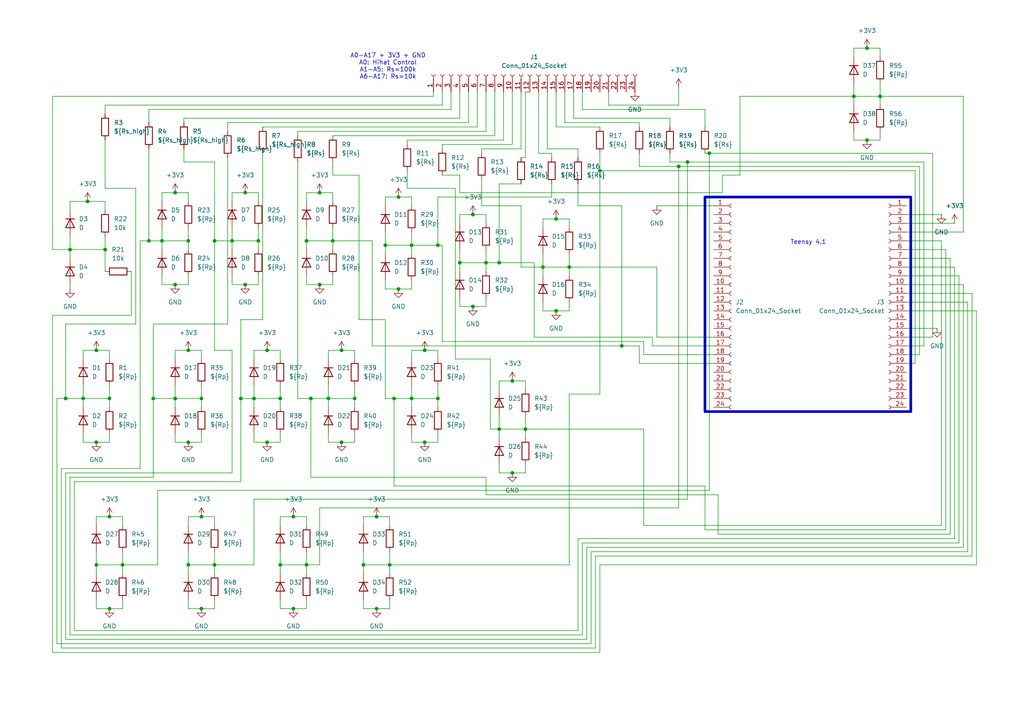
<source format=kicad_sch>
(kicad_sch (version 20250114) (generator "eeschema") (generator_version "9.0")
  (paper "A4")
  (title_block (title "${Title}") (date "${CURRENT_DATE}") (rev "${Revision}"))
  (lib_symbols
    (symbol "Connector:Conn_01x24_Socket" (pin_names (offset 1.016) (hide yes))
      (property "Reference" "J" (at 0 30.48 0))
      (property "Value" "Conn_01x24_Socket" (at 0 -33.02 0))
      (symbol "Conn_01x24_Socket_1_1"
        (pin passive line (at -5.08 27.94 0) (length 3.81) (name "Pin_1") (number "1"))
        (pin passive line (at -5.08 25.4 0) (length 3.81) (name "Pin_2") (number "2"))
        (pin passive line (at -5.08 22.86 0) (length 3.81) (name "Pin_3") (number "3"))
        (pin passive line (at -5.08 20.32 0) (length 3.81) (name "Pin_4") (number "4"))
        (pin passive line (at -5.08 17.78 0) (length 3.81) (name "Pin_5") (number "5"))
        (pin passive line (at -5.08 15.24 0) (length 3.81) (name "Pin_6") (number "6"))
        (pin passive line (at -5.08 12.7 0) (length 3.81) (name "Pin_7") (number "7"))
        (pin passive line (at -5.08 10.16 0) (length 3.81) (name "Pin_8") (number "8"))
        (pin passive line (at -5.08 7.62 0) (length 3.81) (name "Pin_9") (number "9"))
        (pin passive line (at -5.08 5.08 0) (length 3.81) (name "Pin_10") (number "10"))
        (pin passive line (at -5.08 2.54 0) (length 3.81) (name "Pin_11") (number "11"))
        (pin passive line (at -5.08 0 0) (length 3.81) (name "Pin_12") (number "12"))
        (pin passive line (at -5.08 -2.54 0) (length 3.81) (name "Pin_13") (number "13"))
        (pin passive line (at -5.08 -5.08 0) (length 3.81) (name "Pin_14") (number "14"))
        (pin passive line (at -5.08 -7.62 0) (length 3.81) (name "Pin_15") (number "15"))
        (pin passive line (at -5.08 -10.16 0) (length 3.81) (name "Pin_16") (number "16"))
        (pin passive line (at -5.08 -12.7 0) (length 3.81) (name "Pin_17") (number "17"))
        (pin passive line (at -5.08 -15.24 0) (length 3.81) (name "Pin_18") (number "18"))
        (pin passive line (at -5.08 -17.78 0) (length 3.81) (name "Pin_19") (number "19"))
        (pin passive line (at -5.08 -20.32 0) (length 3.81) (name "Pin_20") (number "20"))
        (pin passive line (at -5.08 -22.86 0) (length 3.81) (name "Pin_21") (number "21"))
        (pin passive line (at -5.08 -25.4 0) (length 3.81) (name "Pin_22") (number "22"))
        (pin passive line (at -5.08 -27.94 0) (length 3.81) (name "Pin_23") (number "23"))
        (pin passive line (at -5.08 -30.48 0) (length 3.81) (name "Pin_24") (number "24"))
      )
    )
    (symbol "Device:D" (pin_numbers (hide yes)) (pin_names (offset 1.016) (hide yes))
      (property "Reference" "D" (at 0 2.54 0))
      (property "Value" "D" (at 0 -2.54 0))
      (symbol "D_1_1"
        (pin passive line (at -3.81 0 0) (length 2.54) (name "K") (number "1"))
        (pin passive line (at 3.81 0 180) (length 2.54) (name "A") (number "2"))
      )
    )
    (symbol "Device:R" (pin_numbers (hide yes)) (pin_names (offset 0))
      (property "Reference" "R" (at 2.032 0 90))
      (property "Value" "R" (at 0 0 90))
      (symbol "R_1_1"
        (pin passive line (at 0 3.81 270) (length 1.27) (name "~") (number "1"))
        (pin passive line (at 0 -3.81 90) (length 1.27) (name "~") (number "2"))
      )
    )
    (symbol "power:+3V3" (power) (pin_numbers (hide yes)) (pin_names (offset 0) (hide yes))
      (property "Value" "+3V3" (at 0 3.556 0))
      (symbol "+3V3_1_1"
        (pin power_in line (at 0 0 90) (length 0) (name "~") (number "1"))
      )
    )
    (symbol "power:GND" (power) (pin_numbers (hide yes)) (pin_names (offset 0) (hide yes))
      (property "Value" "GND" (at 0 -3.81 0))
      (symbol "GND_1_1"
        (pin power_in line (at 0 0 270) (length 0) (name "~") (number "1"))
      )
    )
  )
  (rectangle (start 204.47 57.15) (end 264.16 119.38) (stroke (width 0.762)))
  (text "A0-A17 + 3V3 + GND\nA0: Hihat Control\nA1-A5: Rs=100k\nA6-A17: Rs=10k" (at 112.522 19.304 0) (effects (font (size 1.27 1.27))))
  (text "Teensy 4.1" (at 234.442 70.358 0) (effects (font (size 1.27 1.27))))
  (junction (at 71.12 55.88))
  (junction (at 58.42 149.86))
  (junction (at 99.06 101.6))
  (junction (at 54.61 69.85))
  (junction (at 111.76 71.12))
  (junction (at 148.59 137.16))
  (junction (at 247.65 27.94))
  (junction (at 31.75 176.53))
  (junction (at 123.19 128.27))
  (junction (at 102.87 115.57))
  (junction (at 31.75 115.57))
  (junction (at 255.27 27.94))
  (junction (at 137.16 88.9))
  (junction (at 173.99 49.53))
  (junction (at 67.31 69.85))
  (junction (at 127 115.57))
  (junction (at 109.22 176.53))
  (junction (at 71.12 82.55))
  (junction (at 251.46 40.64))
  (junction (at 27.94 101.6))
  (junction (at 92.71 55.88))
  (junction (at 251.46 13.97))
  (junction (at 123.19 101.6))
  (junction (at 88.9 163.83))
  (junction (at 115.57 57.15))
  (junction (at 199.39 46.99))
  (junction (at 73.66 115.57))
  (junction (at 119.38 71.12))
  (junction (at 54.61 101.6))
  (junction (at 92.71 82.55))
  (junction (at 180.34 100.33))
  (junction (at 50.8 55.88))
  (junction (at 27.94 163.83))
  (junction (at 62.23 163.83))
  (junction (at 81.28 115.57))
  (junction (at 30.48 72.39))
  (junction (at 81.28 163.83))
  (junction (at 109.22 149.86))
  (junction (at 58.42 115.57))
  (junction (at 152.4 124.46))
  (junction (at 20.32 72.39))
  (junction (at 161.29 90.17))
  (junction (at 148.59 110.49))
  (junction (at 95.25 115.57))
  (junction (at 99.06 128.27))
  (junction (at 25.4 58.42))
  (junction (at 205.74 44.45))
  (junction (at 27.94 128.27))
  (junction (at 77.47 128.27))
  (junction (at 69.85 115.57))
  (junction (at 114.3 115.57))
  (junction (at 140.97 76.2))
  (junction (at 115.57 83.82))
  (junction (at 58.42 176.53))
  (junction (at 54.61 163.83))
  (junction (at 133.35 76.2))
  (junction (at 105.41 163.83))
  (junction (at 85.09 149.86))
  (junction (at 144.78 76.2))
  (junction (at 54.61 128.27))
  (junction (at 24.13 115.57))
  (junction (at 62.23 69.85))
  (junction (at 85.09 176.53))
  (junction (at 19.05 115.57))
  (junction (at 144.78 124.46))
  (junction (at 31.75 149.86))
  (junction (at 127 71.12))
  (junction (at 90.17 115.57))
  (junction (at 50.8 82.55))
  (junction (at 88.9 69.85))
  (junction (at 43.18 69.85))
  (junction (at 157.48 77.47))
  (junction (at 137.16 62.23))
  (junction (at 165.1 77.47))
  (junction (at 196.85 48.26))
  (junction (at 77.47 101.6))
  (junction (at 44.45 115.57))
  (junction (at 113.03 163.83))
  (junction (at 161.29 63.5))
  (junction (at 119.38 115.57))
  (junction (at 50.8 115.57))
  (junction (at 35.56 163.83))
  (junction (at 46.99 69.85))
  (junction (at 74.93 69.85))
  (junction (at 96.52 69.85))
  (wire (pts (xy 30.48 58.42) (xy 30.48 60.96)))
  (wire (pts (xy 73.66 115.57) (xy 73.66 118.11)))
  (wire (pts (xy 133.35 86.36) (xy 133.35 88.9)))
  (wire (pts (xy 62.23 173.99) (xy 62.23 176.53)))
  (wire (pts (xy 115.57 83.82) (xy 119.38 83.82)))
  (wire (pts (xy 24.13 101.6) (xy 27.94 101.6)))
  (wire (pts (xy 247.65 16.51) (xy 247.65 13.97)))
  (wire (pts (xy 165.1 163.83) (xy 165.1 114.3)))
  (wire (pts (xy 173.99 44.45) (xy 173.99 49.53)))
  (wire (pts (xy 24.13 125.73) (xy 24.13 128.27)))
  (wire (pts (xy 66.04 93.98) (xy 44.45 93.98)))
  (wire (pts (xy 119.38 115.57) (xy 119.38 118.11)))
  (wire (pts (xy 167.64 156.21) (xy 276.86 156.21)))
  (wire (pts (xy 27.94 160.02) (xy 27.94 163.83)))
  (wire (pts (xy 88.9 66.04) (xy 88.9 69.85)))
  (wire (pts (xy 30.48 30.48) (xy 128.27 30.48)))
  (wire (pts (xy 67.31 66.04) (xy 67.31 69.85)))
  (wire (pts (xy 111.76 115.57) (xy 114.3 115.57)))
  (wire (pts (xy 20.32 72.39) (xy 30.48 72.39)))
  (wire (pts (xy 50.8 125.73) (xy 50.8 128.27)))
  (wire (pts (xy 111.76 71.12) (xy 111.76 73.66)))
  (wire (pts (xy 67.31 82.55) (xy 71.12 82.55)))
  (wire (pts (xy 96.52 50.8) (xy 104.14 50.8)))
  (wire (pts (xy 81.28 173.99) (xy 81.28 176.53)))
  (wire (pts (xy 151.13 45.72) (xy 152.4 45.72)))
  (wire (pts (xy 173.99 49.53) (xy 265.43 49.53)))
  (wire (pts (xy 190.5 59.69) (xy 207.01 59.69)))
  (wire (pts (xy 39.37 93.98) (xy 19.05 93.98)))
  (wire (pts (xy 21.59 139.7) (xy 21.59 182.88)))
  (wire (pts (xy 15.24 72.39) (xy 20.32 72.39)))
  (wire (pts (xy 128.27 43.18) (xy 128.27 41.91)))
  (wire (pts (xy 81.28 125.73) (xy 81.28 128.27)))
  (wire (pts (xy 280.67 87.63) (xy 262.89 87.63)))
  (wire (pts (xy 266.7 102.87) (xy 262.89 102.87)))
  (wire (pts (xy 95.25 111.76) (xy 95.25 115.57)))
  (wire (pts (xy 111.76 71.12) (xy 119.38 71.12)))
  (wire (pts (xy 142.24 104.14) (xy 142.24 124.46)))
  (wire (pts (xy 30.48 40.64) (xy 30.48 54.61)))
  (wire (pts (xy 156.21 44.45) (xy 160.02 44.45)))
  (wire (pts (xy 171.45 160.02) (xy 280.67 160.02)))
  (wire (pts (xy 66.04 38.1) (xy 66.04 35.56)))
  (wire (pts (xy 180.34 59.69) (xy 180.34 100.33)))
  (wire (pts (xy 115.57 57.15) (xy 119.38 57.15)))
  (wire (pts (xy 151.13 59.69) (xy 151.13 77.47)))
  (wire (pts (xy 283.21 163.83) (xy 283.21 90.17)))
  (wire (pts (xy 81.28 115.57) (xy 81.28 118.11)))
  (wire (pts (xy 165.1 77.47) (xy 190.5 77.47)))
  (wire (pts (xy 139.7 59.69) (xy 151.13 59.69)))
  (wire (pts (xy 44.45 115.57) (xy 44.45 138.43)))
  (wire (pts (xy 127 71.12) (xy 128.27 71.12)))
  (wire (pts (xy 279.4 67.31) (xy 262.89 67.31)))
  (wire (pts (xy 144.78 137.16) (xy 148.59 137.16)))
  (wire (pts (xy 50.8 104.14) (xy 50.8 101.6)))
  (wire (pts (xy 105.41 176.53) (xy 109.22 176.53)))
  (wire (pts (xy 27.94 163.83) (xy 27.94 166.37)))
  (wire (pts (xy 139.7 44.45) (xy 139.7 43.18)))
  (wire (pts (xy 132.08 54.61) (xy 132.08 104.14)))
  (wire (pts (xy 73.66 125.73) (xy 73.66 128.27)))
  (wire (pts (xy 71.12 82.55) (xy 74.93 82.55)))
  (wire (pts (xy 133.35 62.23) (xy 137.16 62.23)))
  (wire (pts (xy 81.28 176.53) (xy 85.09 176.53)))
  (wire (pts (xy 19.05 115.57) (xy 24.13 115.57)))
  (wire (pts (xy 30.48 54.61) (xy 39.37 54.61)))
  (wire (pts (xy 152.4 124.46) (xy 152.4 127)))
  (wire (pts (xy 69.85 92.71) (xy 69.85 115.57)))
  (wire (pts (xy 74.93 55.88) (xy 74.93 58.42)))
  (wire (pts (xy 50.8 111.76) (xy 50.8 115.57)))
  (wire (pts (xy 54.61 55.88) (xy 54.61 58.42)))
  (wire (pts (xy 265.43 49.53) (xy 265.43 105.41)))
  (wire (pts (xy 275.59 154.94) (xy 275.59 74.93)))
  (wire (pts (xy 165.1 114.3) (xy 173.99 114.3)))
  (wire (pts (xy 27.94 101.6) (xy 31.75 101.6)))
  (wire (pts (xy 251.46 13.97) (xy 255.27 13.97)))
  (wire (pts (xy 199.39 46.99) (xy 199.39 144.78)))
  (wire (pts (xy 113.03 160.02) (xy 113.03 163.83)))
  (wire (pts (xy 152.4 110.49) (xy 152.4 113.03)))
  (wire (pts (xy 157.48 87.63) (xy 157.48 90.17)))
  (wire (pts (xy 109.22 149.86) (xy 113.03 149.86)))
  (wire (pts (xy 15.24 91.44) (xy 15.24 189.23)))
  (wire (pts (xy 74.93 66.04) (xy 74.93 69.85)))
  (wire (pts (xy 186.69 152.4) (xy 273.05 152.4)))
  (wire (pts (xy 157.48 90.17) (xy 161.29 90.17)))
  (wire (pts (xy 50.8 55.88) (xy 54.61 55.88)))
  (wire (pts (xy 88.9 163.83) (xy 88.9 166.37)))
  (wire (pts (xy 73.66 111.76) (xy 73.66 115.57)))
  (wire (pts (xy 76.2 92.71) (xy 69.85 92.71)))
  (wire (pts (xy 54.61 176.53) (xy 58.42 176.53)))
  (wire (pts (xy 46.99 69.85) (xy 54.61 69.85)))
  (wire (pts (xy 88.9 55.88) (xy 92.71 55.88)))
  (wire (pts (xy 125.73 27.94) (xy 125.73 26.67)))
  (wire (pts (xy 88.9 163.83) (xy 92.71 163.83)))
  (wire (pts (xy 128.27 99.06) (xy 186.69 99.06)))
  (wire (pts (xy 35.56 173.99) (xy 35.56 176.53)))
  (wire (pts (xy 81.28 111.76) (xy 81.28 115.57)))
  (wire (pts (xy 90.17 115.57) (xy 90.17 138.43)))
  (wire (pts (xy 255.27 38.1) (xy 255.27 40.64)))
  (wire (pts (xy 128.27 71.12) (xy 128.27 99.06)))
  (wire (pts (xy 58.42 176.53) (xy 62.23 176.53)))
  (wire (pts (xy 127 115.57) (xy 127 118.11)))
  (wire (pts (xy 27.94 176.53) (xy 31.75 176.53)))
  (wire (pts (xy 81.28 149.86) (xy 85.09 149.86)))
  (wire (pts (xy 160.02 53.34) (xy 160.02 57.15)))
  (wire (pts (xy 204.47 31.75) (xy 204.47 36.83)))
  (wire (pts (xy 171.45 186.69) (xy 171.45 160.02)))
  (wire (pts (xy 157.48 77.47) (xy 157.48 80.01)))
  (wire (pts (xy 35.56 163.83) (xy 45.72 163.83)))
  (wire (pts (xy 20.32 184.15) (xy 168.91 184.15)))
  (wire (pts (xy 168.91 157.48) (xy 278.13 157.48)))
  (wire (pts (xy 154.94 76.2) (xy 154.94 97.79)))
  (wire (pts (xy 255.27 24.13) (xy 255.27 27.94)))
  (wire (pts (xy 44.45 115.57) (xy 50.8 115.57)))
  (wire (pts (xy 105.41 152.4) (xy 105.41 149.86)))
  (wire (pts (xy 152.4 26.67) (xy 153.67 26.67)))
  (wire (pts (xy 20.32 68.58) (xy 20.32 72.39)))
  (wire (pts (xy 119.38 104.14) (xy 119.38 101.6)))
  (wire (pts (xy 40.64 135.89) (xy 17.78 135.89)))
  (wire (pts (xy 208.28 154.94) (xy 275.59 154.94)))
  (wire (pts (xy 27.94 149.86) (xy 31.75 149.86)))
  (wire (pts (xy 30.48 68.58) (xy 30.48 72.39)))
  (wire (pts (xy 127 101.6) (xy 127 104.14)))
  (wire (pts (xy 85.09 176.53) (xy 88.9 176.53)))
  (wire (pts (xy 119.38 57.15) (xy 119.38 59.69)))
  (wire (pts (xy 73.66 104.14) (xy 73.66 101.6)))
  (wire (pts (xy 209.55 55.88) (xy 209.55 50.8)))
  (wire (pts (xy 81.28 163.83) (xy 88.9 163.83)))
  (wire (pts (xy 20.32 138.43) (xy 20.32 184.15)))
  (wire (pts (xy 194.31 46.99) (xy 199.39 46.99)))
  (wire (pts (xy 96.52 66.04) (xy 96.52 69.85)))
  (wire (pts (xy 247.65 24.13) (xy 247.65 27.94)))
  (wire (pts (xy 205.74 44.45) (xy 270.51 44.45)))
  (wire (pts (xy 50.8 82.55) (xy 54.61 82.55)))
  (wire (pts (xy 262.89 64.77) (xy 276.86 64.77)))
  (wire (pts (xy 66.04 35.56) (xy 135.89 35.56)))
  (wire (pts (xy 74.93 69.85) (xy 74.93 72.39)))
  (wire (pts (xy 133.35 34.29) (xy 133.35 26.67)))
  (wire (pts (xy 262.89 74.93) (xy 275.59 74.93)))
  (wire (pts (xy 119.38 115.57) (xy 127 115.57)))
  (wire (pts (xy 172.72 161.29) (xy 281.94 161.29)))
  (wire (pts (xy 140.97 86.36) (xy 140.97 88.9)))
  (wire (pts (xy 204.47 153.67) (xy 274.32 153.67)))
  (wire (pts (xy 104.14 92.71) (xy 111.76 92.71)))
  (wire (pts (xy 31.75 111.76) (xy 31.75 115.57)))
  (wire (pts (xy 54.61 160.02) (xy 54.61 163.83)))
  (wire (pts (xy 109.22 176.53) (xy 113.03 176.53)))
  (wire (pts (xy 19.05 93.98) (xy 19.05 115.57)))
  (wire (pts (xy 144.78 53.34) (xy 144.78 76.2)))
  (wire (pts (xy 113.03 163.83) (xy 165.1 163.83)))
  (wire (pts (xy 247.65 13.97) (xy 251.46 13.97)))
  (wire (pts (xy 133.35 55.88) (xy 209.55 55.88)))
  (wire (pts (xy 194.31 44.45) (xy 194.31 46.99)))
  (wire (pts (xy 273.05 152.4) (xy 273.05 69.85)))
  (wire (pts (xy 50.8 115.57) (xy 50.8 118.11)))
  (wire (pts (xy 17.78 187.96) (xy 172.72 187.96)))
  (wire (pts (xy 196.85 147.32) (xy 196.85 48.26)))
  (wire (pts (xy 173.99 49.53) (xy 173.99 114.3)))
  (wire (pts (xy 31.75 101.6) (xy 31.75 104.14)))
  (wire (pts (xy 190.5 97.79) (xy 190.5 77.47)))
  (wire (pts (xy 67.31 80.01) (xy 67.31 82.55)))
  (wire (pts (xy 144.78 134.62) (xy 144.78 137.16)))
  (wire (pts (xy 157.48 63.5) (xy 161.29 63.5)))
  (wire (pts (xy 35.56 149.86) (xy 35.56 152.4)))
  (wire (pts (xy 67.31 101.6) (xy 67.31 137.16)))
  (wire (pts (xy 165.1 73.66) (xy 165.1 77.47)))
  (wire (pts (xy 67.31 69.85) (xy 74.93 69.85)))
  (wire (pts (xy 54.61 149.86) (xy 58.42 149.86)))
  (wire (pts (xy 95.25 115.57) (xy 95.25 118.11)))
  (wire (pts (xy 144.78 76.2) (xy 154.94 76.2)))
  (wire (pts (xy 66.04 45.72) (xy 66.04 93.98)))
  (wire (pts (xy 173.99 163.83) (xy 283.21 163.83)))
  (wire (pts (xy 62.23 69.85) (xy 67.31 69.85)))
  (wire (pts (xy 46.99 55.88) (xy 50.8 55.88)))
  (wire (pts (xy 102.87 115.57) (xy 102.87 118.11)))
  (wire (pts (xy 46.99 66.04) (xy 46.99 69.85)))
  (wire (pts (xy 144.78 113.03) (xy 144.78 110.49)))
  (wire (pts (xy 266.7 48.26) (xy 266.7 102.87)))
  (wire (pts (xy 111.76 59.69) (xy 111.76 57.15)))
  (wire (pts (xy 46.99 82.55) (xy 50.8 82.55)))
  (wire (pts (xy 105.41 163.83) (xy 113.03 163.83)))
  (wire (pts (xy 148.59 137.16) (xy 152.4 137.16)))
  (wire (pts (xy 54.61 101.6) (xy 58.42 101.6)))
  (wire (pts (xy 73.66 163.83) (xy 73.66 144.78)))
  (wire (pts (xy 279.4 158.75) (xy 279.4 82.55)))
  (wire (pts (xy 189.23 100.33) (xy 207.01 100.33)))
  (wire (pts (xy 189.23 97.79) (xy 189.23 100.33)))
  (wire (pts (xy 111.76 92.71) (xy 111.76 115.57)))
  (wire (pts (xy 139.7 52.07) (xy 139.7 59.69)))
  (wire (pts (xy 44.45 138.43) (xy 20.32 138.43)))
  (wire (pts (xy 168.91 184.15) (xy 168.91 157.48)))
  (wire (pts (xy 111.76 57.15) (xy 115.57 57.15)))
  (wire (pts (xy 148.59 110.49) (xy 152.4 110.49)))
  (wire (pts (xy 17.78 135.89) (xy 17.78 187.96)))
  (wire (pts (xy 199.39 46.99) (xy 267.97 46.99)))
  (wire (pts (xy 172.72 187.96) (xy 172.72 161.29)))
  (wire (pts (xy 152.4 134.62) (xy 152.4 137.16)))
  (wire (pts (xy 45.72 142.24) (xy 205.74 142.24)))
  (wire (pts (xy 76.2 44.45) (xy 76.2 92.71)))
  (wire (pts (xy 69.85 115.57) (xy 73.66 115.57)))
  (wire (pts (xy 62.23 163.83) (xy 73.66 163.83)))
  (wire (pts (xy 19.05 185.42) (xy 170.18 185.42)))
  (wire (pts (xy 77.47 101.6) (xy 81.28 101.6)))
  (wire (pts (xy 168.91 31.75) (xy 204.47 31.75)))
  (wire (pts (xy 20.32 72.39) (xy 20.32 74.93)))
  (wire (pts (xy 161.29 26.67) (xy 161.29 36.83)))
  (wire (pts (xy 20.32 60.96) (xy 20.32 58.42)))
  (wire (pts (xy 214.63 27.94) (xy 247.65 27.94)))
  (wire (pts (xy 92.71 55.88) (xy 96.52 55.88)))
  (wire (pts (xy 73.66 128.27) (xy 77.47 128.27)))
  (wire (pts (xy 204.47 44.45) (xy 205.74 44.45)))
  (wire (pts (xy 92.71 82.55) (xy 96.52 82.55)))
  (wire (pts (xy 160.02 44.45) (xy 160.02 45.72)))
  (wire (pts (xy 54.61 128.27) (xy 58.42 128.27)))
  (wire (pts (xy 186.69 124.46) (xy 186.69 152.4)))
  (wire (pts (xy 127 125.73) (xy 127 128.27)))
  (wire (pts (xy 24.13 111.76) (xy 24.13 115.57)))
  (wire (pts (xy 20.32 58.42) (xy 25.4 58.42)))
  (wire (pts (xy 163.83 35.56) (xy 185.42 35.56)))
  (wire (pts (xy 128.27 50.8) (xy 133.35 50.8)))
  (wire (pts (xy 137.16 88.9) (xy 140.97 88.9)))
  (wire (pts (xy 20.32 82.55) (xy 20.32 83.82)))
  (wire (pts (xy 119.38 101.6) (xy 123.19 101.6)))
  (wire (pts (xy 128.27 30.48) (xy 128.27 26.67)))
  (wire (pts (xy 127 57.15) (xy 127 71.12)))
  (wire (pts (xy 31.75 176.53) (xy 35.56 176.53)))
  (wire (pts (xy 30.48 33.02) (xy 30.48 30.48)))
  (wire (pts (xy 170.18 185.42) (xy 170.18 158.75)))
  (wire (pts (xy 81.28 160.02) (xy 81.28 163.83)))
  (wire (pts (xy 31.75 125.73) (xy 31.75 128.27)))
  (wire (pts (xy 58.42 115.57) (xy 58.42 118.11)))
  (wire (pts (xy 62.23 101.6) (xy 67.31 101.6)))
  (wire (pts (xy 255.27 27.94) (xy 279.4 27.94)))
  (wire (pts (xy 157.48 73.66) (xy 157.48 77.47)))
  (wire (pts (xy 135.89 26.67) (xy 135.89 35.56)))
  (wire (pts (xy 146.05 40.64) (xy 146.05 26.67)))
  (wire (pts (xy 69.85 115.57) (xy 69.85 139.7)))
  (wire (pts (xy 137.16 62.23) (xy 140.97 62.23)))
  (wire (pts (xy 118.11 54.61) (xy 132.08 54.61)))
  (wire (pts (xy 95.25 125.73) (xy 95.25 128.27)))
  (wire (pts (xy 53.34 34.29) (xy 133.35 34.29)))
  (wire (pts (xy 62.23 69.85) (xy 62.23 101.6)))
  (wire (pts (xy 123.19 128.27) (xy 127 128.27)))
  (wire (pts (xy 102.87 125.73) (xy 102.87 128.27)))
  (wire (pts (xy 166.37 34.29) (xy 194.31 34.29)))
  (wire (pts (xy 262.89 62.23) (xy 273.05 62.23)))
  (wire (pts (xy 133.35 76.2) (xy 133.35 78.74)))
  (wire (pts (xy 107.95 69.85) (xy 107.95 100.33)))
  (wire (pts (xy 58.42 125.73) (xy 58.42 128.27)))
  (wire (pts (xy 165.1 77.47) (xy 165.1 80.01)))
  (wire (pts (xy 118.11 41.91) (xy 118.11 40.64)))
  (wire (pts (xy 140.97 72.39) (xy 140.97 76.2)))
  (wire (pts (xy 31.75 149.86) (xy 35.56 149.86)))
  (wire (pts (xy 38.1 78.74) (xy 38.1 91.44)))
  (wire (pts (xy 69.85 139.7) (xy 21.59 139.7)))
  (wire (pts (xy 185.42 44.45) (xy 185.42 48.26)))
  (wire (pts (xy 62.23 46.99) (xy 62.23 69.85)))
  (wire (pts (xy 132.08 104.14) (xy 142.24 104.14)))
  (wire (pts (xy 86.36 39.37) (xy 86.36 38.1)))
  (wire (pts (xy 139.7 43.18) (xy 151.13 43.18)))
  (wire (pts (xy 76.2 36.83) (xy 138.43 36.83)))
  (wire (pts (xy 54.61 69.85) (xy 54.61 72.39)))
  (wire (pts (xy 127 111.76) (xy 127 115.57)))
  (wire (pts (xy 140.97 38.1) (xy 140.97 26.67)))
  (wire (pts (xy 24.13 104.14) (xy 24.13 101.6)))
  (wire (pts (xy 113.03 149.86) (xy 113.03 152.4)))
  (wire (pts (xy 262.89 100.33) (xy 267.97 100.33)))
  (wire (pts (xy 140.97 76.2) (xy 140.97 78.74)))
  (wire (pts (xy 50.8 128.27) (xy 54.61 128.27)))
  (wire (pts (xy 161.29 36.83) (xy 173.99 36.83)))
  (wire (pts (xy 58.42 149.86) (xy 62.23 149.86)))
  (wire (pts (xy 16.51 115.57) (xy 16.51 186.69)))
  (wire (pts (xy 77.47 128.27) (xy 81.28 128.27)))
  (wire (pts (xy 92.71 147.32) (xy 196.85 147.32)))
  (wire (pts (xy 255.27 13.97) (xy 255.27 16.51)))
  (wire (pts (xy 140.97 143.51) (xy 208.28 143.51)))
  (wire (pts (xy 95.25 128.27) (xy 99.06 128.27)))
  (wire (pts (xy 46.99 58.42) (xy 46.99 55.88)))
  (wire (pts (xy 81.28 152.4) (xy 81.28 149.86)))
  (wire (pts (xy 114.3 140.97) (xy 204.47 140.97)))
  (wire (pts (xy 123.19 101.6) (xy 127 101.6)))
  (wire (pts (xy 151.13 53.34) (xy 144.78 53.34)))
  (wire (pts (xy 186.69 102.87) (xy 207.01 102.87)))
  (wire (pts (xy 209.55 50.8) (xy 214.63 50.8)))
  (wire (pts (xy 39.37 54.61) (xy 39.37 93.98)))
  (wire (pts (xy 105.41 149.86) (xy 109.22 149.86)))
  (wire (pts (xy 54.61 66.04) (xy 54.61 69.85)))
  (wire (pts (xy 95.25 115.57) (xy 102.87 115.57)))
  (wire (pts (xy 180.34 100.33) (xy 185.42 100.33)))
  (wire (pts (xy 138.43 36.83) (xy 138.43 26.67)))
  (wire (pts (xy 114.3 115.57) (xy 119.38 115.57)))
  (wire (pts (xy 46.99 80.01) (xy 46.99 82.55)))
  (wire (pts (xy 278.13 157.48) (xy 278.13 80.01)))
  (wire (pts (xy 19.05 137.16) (xy 19.05 185.42)))
  (wire (pts (xy 133.35 72.39) (xy 133.35 76.2)))
  (wire (pts (xy 88.9 69.85) (xy 88.9 72.39)))
  (wire (pts (xy 35.56 160.02) (xy 35.56 163.83)))
  (wire (pts (xy 194.31 34.29) (xy 194.31 36.83)))
  (wire (pts (xy 43.18 43.18) (xy 43.18 69.85)))
  (wire (pts (xy 81.28 163.83) (xy 81.28 166.37)))
  (wire (pts (xy 140.97 62.23) (xy 140.97 64.77)))
  (wire (pts (xy 44.45 93.98) (xy 44.45 115.57)))
  (wire (pts (xy 247.65 38.1) (xy 247.65 40.64)))
  (wire (pts (xy 118.11 40.64) (xy 146.05 40.64)))
  (wire (pts (xy 53.34 43.18) (xy 53.34 46.99)))
  (wire (pts (xy 88.9 80.01) (xy 88.9 82.55)))
  (wire (pts (xy 167.64 59.69) (xy 180.34 59.69)))
  (wire (pts (xy 140.97 138.43) (xy 140.97 143.51)))
  (wire (pts (xy 167.64 53.34) (xy 167.64 59.69)))
  (wire (pts (xy 196.85 25.4) (xy 196.85 30.48)))
  (wire (pts (xy 262.89 82.55) (xy 279.4 82.55)))
  (wire (pts (xy 119.38 128.27) (xy 123.19 128.27)))
  (wire (pts (xy 95.25 104.14) (xy 95.25 101.6)))
  (wire (pts (xy 86.36 115.57) (xy 90.17 115.57)))
  (wire (pts (xy 21.59 182.88) (xy 167.64 182.88)))
  (wire (pts (xy 151.13 77.47) (xy 157.48 77.47)))
  (wire (pts (xy 133.35 50.8) (xy 133.35 55.88)))
  (wire (pts (xy 27.94 152.4) (xy 27.94 149.86)))
  (wire (pts (xy 24.13 128.27) (xy 27.94 128.27)))
  (wire (pts (xy 102.87 111.76) (xy 102.87 115.57)))
  (wire (pts (xy 62.23 160.02) (xy 62.23 163.83)))
  (wire (pts (xy 27.94 128.27) (xy 31.75 128.27)))
  (wire (pts (xy 274.32 153.67) (xy 274.32 72.39)))
  (wire (pts (xy 54.61 173.99) (xy 54.61 176.53)))
  (wire (pts (xy 176.53 30.48) (xy 196.85 30.48)))
  (wire (pts (xy 99.06 128.27) (xy 102.87 128.27)))
  (wire (pts (xy 40.64 69.85) (xy 40.64 135.89)))
  (wire (pts (xy 276.86 156.21) (xy 276.86 77.47)))
  (wire (pts (xy 170.18 158.75) (xy 279.4 158.75)))
  (wire (pts (xy 105.41 173.99) (xy 105.41 176.53)))
  (wire (pts (xy 185.42 105.41) (xy 207.01 105.41)))
  (wire (pts (xy 247.65 27.94) (xy 255.27 27.94)))
  (wire (pts (xy 90.17 115.57) (xy 95.25 115.57)))
  (wire (pts (xy 62.23 149.86) (xy 62.23 152.4)))
  (wire (pts (xy 104.14 50.8) (xy 104.14 92.71)))
  (wire (pts (xy 157.48 66.04) (xy 157.48 63.5)))
  (wire (pts (xy 158.75 26.67) (xy 158.75 43.18)))
  (wire (pts (xy 262.89 69.85) (xy 273.05 69.85)))
  (wire (pts (xy 156.21 26.67) (xy 156.21 44.45)))
  (wire (pts (xy 95.25 101.6) (xy 99.06 101.6)))
  (wire (pts (xy 160.02 57.15) (xy 127 57.15)))
  (wire (pts (xy 185.42 100.33) (xy 185.42 105.41)))
  (wire (pts (xy 280.67 160.02) (xy 280.67 87.63)))
  (wire (pts (xy 204.47 140.97) (xy 204.47 153.67)))
  (wire (pts (xy 163.83 26.67) (xy 163.83 35.56)))
  (wire (pts (xy 102.87 101.6) (xy 102.87 104.14)))
  (wire (pts (xy 88.9 149.86) (xy 88.9 152.4)))
  (wire (pts (xy 85.09 149.86) (xy 88.9 149.86)))
  (wire (pts (xy 96.52 69.85) (xy 107.95 69.85)))
  (wire (pts (xy 185.42 48.26) (xy 196.85 48.26)))
  (wire (pts (xy 262.89 72.39) (xy 274.32 72.39)))
  (wire (pts (xy 167.64 182.88) (xy 167.64 156.21)))
  (wire (pts (xy 281.94 85.09) (xy 262.89 85.09)))
  (wire (pts (xy 105.41 163.83) (xy 105.41 166.37)))
  (wire (pts (xy 144.78 124.46) (xy 144.78 127)))
  (wire (pts (xy 71.12 55.88) (xy 74.93 55.88)))
  (wire (pts (xy 38.1 91.44) (xy 15.24 91.44)))
  (wire (pts (xy 247.65 27.94) (xy 247.65 30.48)))
  (wire (pts (xy 133.35 64.77) (xy 133.35 62.23)))
  (wire (pts (xy 214.63 50.8) (xy 214.63 27.94)))
  (wire (pts (xy 168.91 26.67) (xy 168.91 31.75)))
  (wire (pts (xy 99.06 101.6) (xy 102.87 101.6)))
  (wire (pts (xy 173.99 189.23) (xy 173.99 163.83)))
  (wire (pts (xy 152.4 120.65) (xy 152.4 124.46)))
  (wire (pts (xy 15.24 189.23) (xy 173.99 189.23)))
  (wire (pts (xy 130.81 31.75) (xy 130.81 26.67)))
  (wire (pts (xy 50.8 101.6) (xy 54.61 101.6)))
  (wire (pts (xy 251.46 40.64) (xy 255.27 40.64)))
  (wire (pts (xy 67.31 69.85) (xy 67.31 72.39)))
  (wire (pts (xy 27.94 163.83) (xy 35.56 163.83)))
  (wire (pts (xy 119.38 71.12) (xy 119.38 73.66)))
  (wire (pts (xy 67.31 137.16) (xy 19.05 137.16)))
  (wire (pts (xy 105.41 160.02) (xy 105.41 163.83)))
  (wire (pts (xy 96.52 80.01) (xy 96.52 82.55)))
  (wire (pts (xy 154.94 97.79) (xy 189.23 97.79)))
  (wire (pts (xy 119.38 111.76) (xy 119.38 115.57)))
  (wire (pts (xy 30.48 72.39) (xy 30.48 78.74)))
  (wire (pts (xy 119.38 81.28) (xy 119.38 83.82)))
  (wire (pts (xy 111.76 67.31) (xy 111.76 71.12)))
  (wire (pts (xy 53.34 35.56) (xy 53.34 34.29)))
  (wire (pts (xy 262.89 90.17) (xy 283.21 90.17)))
  (wire (pts (xy 186.69 99.06) (xy 186.69 102.87)))
  (wire (pts (xy 96.52 39.37) (xy 143.51 39.37)))
  (wire (pts (xy 88.9 58.42) (xy 88.9 55.88)))
  (wire (pts (xy 144.78 110.49) (xy 148.59 110.49)))
  (wire (pts (xy 158.75 43.18) (xy 167.64 43.18)))
  (wire (pts (xy 62.23 163.83) (xy 62.23 166.37)))
  (wire (pts (xy 119.38 125.73) (xy 119.38 128.27)))
  (wire (pts (xy 67.31 58.42) (xy 67.31 55.88)))
  (wire (pts (xy 255.27 27.94) (xy 255.27 30.48)))
  (wire (pts (xy 185.42 35.56) (xy 185.42 36.83)))
  (wire (pts (xy 58.42 111.76) (xy 58.42 115.57)))
  (wire (pts (xy 86.36 38.1) (xy 140.97 38.1)))
  (wire (pts (xy 262.89 97.79) (xy 270.51 97.79)))
  (wire (pts (xy 165.1 63.5) (xy 165.1 66.04)))
  (wire (pts (xy 111.76 81.28) (xy 111.76 83.82)))
  (wire (pts (xy 24.13 115.57) (xy 31.75 115.57)))
  (wire (pts (xy 73.66 115.57) (xy 81.28 115.57)))
  (wire (pts (xy 143.51 39.37) (xy 143.51 26.67)))
  (wire (pts (xy 262.89 105.41) (xy 265.43 105.41)))
  (wire (pts (xy 190.5 97.79) (xy 207.01 97.79)))
  (wire (pts (xy 88.9 160.02) (xy 88.9 163.83)))
  (wire (pts (xy 45.72 163.83) (xy 45.72 142.24)))
  (wire (pts (xy 167.64 43.18) (xy 167.64 45.72)))
  (wire (pts (xy 16.51 186.69) (xy 171.45 186.69)))
  (wire (pts (xy 113.03 163.83) (xy 113.03 166.37)))
  (wire (pts (xy 148.59 41.91) (xy 148.59 26.67)))
  (wire (pts (xy 165.1 87.63) (xy 165.1 90.17)))
  (wire (pts (xy 119.38 71.12) (xy 127 71.12)))
  (wire (pts (xy 27.94 173.99) (xy 27.94 176.53)))
  (wire (pts (xy 118.11 49.53) (xy 118.11 54.61)))
  (wire (pts (xy 279.4 27.94) (xy 279.4 67.31)))
  (wire (pts (xy 15.24 27.94) (xy 15.24 72.39)))
  (wire (pts (xy 88.9 69.85) (xy 96.52 69.85)))
  (wire (pts (xy 25.4 58.42) (xy 30.48 58.42)))
  (wire (pts (xy 67.31 55.88) (xy 71.12 55.88)))
  (wire (pts (xy 96.52 46.99) (xy 96.52 50.8)))
  (wire (pts (xy 157.48 77.47) (xy 165.1 77.47)))
  (wire (pts (xy 54.61 152.4) (xy 54.61 149.86)))
  (wire (pts (xy 53.34 46.99) (xy 62.23 46.99)))
  (wire (pts (xy 107.95 100.33) (xy 180.34 100.33)))
  (wire (pts (xy 151.13 43.18) (xy 151.13 26.67)))
  (wire (pts (xy 19.05 115.57) (xy 16.51 115.57)))
  (wire (pts (xy 142.24 124.46) (xy 144.78 124.46)))
  (wire (pts (xy 35.56 163.83) (xy 35.56 166.37)))
  (wire (pts (xy 43.18 69.85) (xy 46.99 69.85)))
  (wire (pts (xy 54.61 80.01) (xy 54.61 82.55)))
  (wire (pts (xy 92.71 163.83) (xy 92.71 147.32)))
  (wire (pts (xy 81.28 101.6) (xy 81.28 104.14)))
  (wire (pts (xy 205.74 44.45) (xy 205.74 142.24)))
  (wire (pts (xy 176.53 26.67) (xy 176.53 30.48)))
  (wire (pts (xy 96.52 55.88) (xy 96.52 58.42)))
  (wire (pts (xy 262.89 95.25) (xy 271.78 95.25)))
  (wire (pts (xy 24.13 115.57) (xy 24.13 118.11)))
  (wire (pts (xy 133.35 88.9) (xy 137.16 88.9)))
  (wire (pts (xy 144.78 124.46) (xy 152.4 124.46)))
  (wire (pts (xy 267.97 46.99) (xy 267.97 100.33)))
  (wire (pts (xy 113.03 173.99) (xy 113.03 176.53)))
  (wire (pts (xy 86.36 46.99) (xy 86.36 115.57)))
  (wire (pts (xy 46.99 69.85) (xy 46.99 72.39)))
  (wire (pts (xy 262.89 80.01) (xy 278.13 80.01)))
  (wire (pts (xy 152.4 45.72) (xy 152.4 26.67)))
  (wire (pts (xy 114.3 115.57) (xy 114.3 140.97)))
  (wire (pts (xy 111.76 83.82) (xy 115.57 83.82)))
  (wire (pts (xy 74.93 80.01) (xy 74.93 82.55)))
  (wire (pts (xy 119.38 67.31) (xy 119.38 71.12)))
  (wire (pts (xy 54.61 163.83) (xy 54.61 166.37)))
  (wire (pts (xy 15.24 27.94) (xy 125.73 27.94)))
  (wire (pts (xy 270.51 44.45) (xy 270.51 97.79)))
  (wire (pts (xy 128.27 41.91) (xy 148.59 41.91)))
  (wire (pts (xy 166.37 26.67) (xy 166.37 34.29)))
  (wire (pts (xy 161.29 90.17) (xy 165.1 90.17)))
  (wire (pts (xy 144.78 120.65) (xy 144.78 124.46)))
  (wire (pts (xy 281.94 85.09) (xy 281.94 161.29)))
  (wire (pts (xy 196.85 48.26) (xy 266.7 48.26)))
  (wire (pts (xy 247.65 40.64) (xy 251.46 40.64)))
  (wire (pts (xy 43.18 35.56) (xy 43.18 31.75)))
  (wire (pts (xy 276.86 77.47) (xy 262.89 77.47)))
  (wire (pts (xy 43.18 69.85) (xy 40.64 69.85)))
  (wire (pts (xy 152.4 124.46) (xy 186.69 124.46)))
  (wire (pts (xy 73.66 144.78) (xy 199.39 144.78)))
  (wire (pts (xy 73.66 101.6) (xy 77.47 101.6)))
  (wire (pts (xy 43.18 31.75) (xy 130.81 31.75)))
  (wire (pts (xy 90.17 138.43) (xy 140.97 138.43)))
  (wire (pts (xy 54.61 163.83) (xy 62.23 163.83)))
  (wire (pts (xy 88.9 173.99) (xy 88.9 176.53)))
  (wire (pts (xy 133.35 76.2) (xy 140.97 76.2)))
  (wire (pts (xy 31.75 115.57) (xy 31.75 118.11)))
  (wire (pts (xy 50.8 115.57) (xy 58.42 115.57)))
  (wire (pts (xy 58.42 101.6) (xy 58.42 104.14)))
  (wire (pts (xy 96.52 69.85) (xy 96.52 72.39)))
  (wire (pts (xy 88.9 82.55) (xy 92.71 82.55)))
  (wire (pts (xy 208.28 143.51) (xy 208.28 154.94)))
  (wire (pts (xy 161.29 63.5) (xy 165.1 63.5)))
  (wire (pts (xy 140.97 76.2) (xy 144.78 76.2)))
  (symbol (lib_id "Device:R") (at 62.23 170.18 0) (unit 1)
    (property "Reference" "R48" (at 64.77 168.9099 0) (effects (justify left)))
    (property "Value" "${Rp}" (at 64.77 171.4499 0) (effects (justify left)))
    (property "Footprint" "Resistor_SMD:R_0402_1005Metric" (effects (hide yes)))
    (property "Description" "Resistor" (effects (hide yes)))
    (property "LCSC" "C25744" (effects (hide yes)))
  )
  (symbol (lib_id "power:+3V3") (at 251.46 13.97 0) (unit 1)
    (property "Reference" "#PWR039" (effects (hide yes)))
    (property "Value" "+3V3" (at 251.46 8.89 0))
    (property "Description" "Power symbol creates a global label with name \"+3V3\"" (effects (hide yes)))
  )
  (symbol (lib_id "power:GND") (at 148.59 137.16 0) (unit 1)
    (property "Reference" "#PWR028" (effects (hide yes)))
    (property "Value" "GND" (at 148.59 142.24 0))
    (property "Description" "Power symbol creates a global label with name \"GND\" , ground" (effects (hide yes)))
  )
  (symbol (lib_id "power:+3V3") (at 92.71 55.88 0) (unit 1)
    (property "Reference" "#PWR011" (effects (hide yes)))
    (property "Value" "+3V3" (at 92.71 50.8 0))
    (property "Description" "Power symbol creates a global label with name \"+3V3\"" (effects (hide yes)))
  )
  (symbol (lib_id "Device:R") (at 88.9 170.18 0) (unit 1)
    (property "Reference" "R50" (at 91.44 168.9099 0) (effects (justify left)))
    (property "Value" "${Rp}" (at 91.44 171.4499 0) (effects (justify left)))
    (property "Footprint" "Resistor_SMD:R_0402_1005Metric" (effects (hide yes)))
    (property "Description" "Resistor" (effects (hide yes)))
    (property "LCSC" "C25744" (effects (hide yes)))
  )
  (symbol (lib_id "Device:D") (at 247.65 34.29 270) (unit 1)
    (property "Reference" "D38" (at 250.19 33.0199 90) (effects (justify left)))
    (property "Value" "D" (at 250.19 35.5599 90) (effects (justify left)))
    (property "Footprint" "Diode_SMD:D_SOD-323" (effects (hide yes)))
    (property "Description" "Diode" (effects (hide yes)))
    (property "Sim.Device" "D" (effects (hide yes)))
    (property "Sim.Pins" "1=K 2=A" (effects (hide yes)))
    (property "LCSC" "C191023" (effects (hide yes)))
  )
  (symbol (lib_id "Device:R") (at 88.9 156.21 0) (unit 1)
    (property "Reference" "R49" (at 91.44 154.9399 0) (effects (justify left)))
    (property "Value" "${Rp}" (at 91.44 157.4799 0) (effects (justify left)))
    (property "Footprint" "Resistor_SMD:R_0402_1005Metric" (effects (hide yes)))
    (property "Description" "Resistor" (effects (hide yes)))
    (property "LCSC" "C25744" (effects (hide yes)))
  )
  (symbol (lib_id "power:+3V3") (at 27.94 101.6 0) (unit 1)
    (property "Reference" "#PWR04" (effects (hide yes)))
    (property "Value" "+3V3" (at 27.94 96.52 0))
    (property "Description" "Power symbol creates a global label with name \"+3V3\"" (effects (hide yes)))
  )
  (symbol (lib_id "power:GND") (at 77.47 128.27 0) (unit 1)
    (property "Reference" "#PWR022" (effects (hide yes)))
    (property "Value" "GND" (at 77.47 133.35 0))
    (property "Description" "Power symbol creates a global label with name \"GND\" , ground" (effects (hide yes)))
  )
  (symbol (lib_id "Device:R") (at 86.36 43.18 0) (unit 1)
    (property "Reference" "R8" (at 88.9 41.9099 0) (effects (justify left)))
    (property "Value" "${Rs}" (at 88.9 44.4499 0) (effects (justify left)))
    (property "Footprint" "Resistor_SMD:R_0402_1005Metric" (effects (hide yes)))
    (property "Description" "Resistor" (effects (hide yes)))
    (property "LCSC" "C25744" (effects (hide yes)))
  )
  (symbol (lib_id "Device:R") (at 118.11 45.72 0) (unit 1)
    (property "Reference" "R11" (at 120.65 44.4499 0) (effects (justify left)))
    (property "Value" "${Rs}" (at 120.65 46.9899 0) (effects (justify left)))
    (property "Footprint" "Resistor_SMD:R_0402_1005Metric" (effects (hide yes)))
    (property "Description" "Resistor" (effects (hide yes)))
    (property "LCSC" "C25744" (effects (hide yes)))
  )
  (symbol (lib_id "Device:D") (at 50.8 121.92 270) (unit 1)
    (property "Reference" "D18" (at 53.34 120.6499 90) (effects (justify left)))
    (property "Value" "D" (at 53.34 123.1899 90) (effects (justify left)))
    (property "Footprint" "Diode_SMD:D_SOD-323" (effects (hide yes)))
    (property "Description" "Diode" (effects (hide yes)))
    (property "Sim.Device" "D" (effects (hide yes)))
    (property "Sim.Pins" "1=K 2=A" (effects (hide yes)))
    (property "LCSC" "C191023" (effects (hide yes)))
  )
  (symbol (lib_id "Device:R") (at 96.52 43.18 0) (unit 1)
    (property "Reference" "R9" (at 99.06 41.9099 0) (effects (justify left)))
    (property "Value" "${Rs}" (at 99.06 44.4499 0) (effects (justify left)))
    (property "Footprint" "Resistor_SMD:R_0402_1005Metric" (effects (hide yes)))
    (property "Description" "Resistor" (effects (hide yes)))
    (property "LCSC" "C25744" (effects (hide yes)))
  )
  (symbol (lib_id "Device:D") (at 144.78 130.81 270) (unit 1)
    (property "Reference" "D26" (at 147.32 129.5399 90) (effects (justify left)))
    (property "Value" "D" (at 147.32 132.0799 90) (effects (justify left)))
    (property "Footprint" "Diode_SMD:D_SOD-323" (effects (hide yes)))
    (property "Description" "Diode" (effects (hide yes)))
    (property "Sim.Device" "D" (effects (hide yes)))
    (property "Sim.Pins" "1=K 2=A" (effects (hide yes)))
    (property "LCSC" "C191023" (effects (hide yes)))
  )
  (symbol (lib_id "Device:R") (at 152.4 130.81 0) (unit 1)
    (property "Reference" "R44" (at 154.94 129.5399 0) (effects (justify left)))
    (property "Value" "${Rp}" (at 154.94 132.0799 0) (effects (justify left)))
    (property "Footprint" "Resistor_SMD:R_0402_1005Metric" (effects (hide yes)))
    (property "Description" "Resistor" (effects (hide yes)))
    (property "LCSC" "C25744" (effects (hide yes)))
  )
  (symbol (lib_id "power:+3V3") (at 58.42 149.86 0) (unit 1)
    (property "Reference" "#PWR031" (effects (hide yes)))
    (property "Value" "+3V3" (at 58.42 144.78 0))
    (property "Description" "Power symbol creates a global label with name \"+3V3\"" (effects (hide yes)))
  )
  (symbol (lib_id "Device:R") (at 140.97 82.55 0) (unit 1)
    (property "Reference" "R32" (at 143.51 81.2799 0) (effects (justify left)))
    (property "Value" "${Rp}" (at 143.51 83.8199 0) (effects (justify left)))
    (property "Footprint" "Resistor_SMD:R_0402_1005Metric" (effects (hide yes)))
    (property "Description" "Resistor" (effects (hide yes)))
    (property "LCSC" "C25744" (effects (hide yes)))
  )
  (symbol (lib_id "Device:D") (at 95.25 107.95 270) (unit 1)
    (property "Reference" "D21" (at 97.79 106.6799 90) (effects (justify left)))
    (property "Value" "D" (at 97.79 109.2199 90) (effects (justify left)))
    (property "Footprint" "Diode_SMD:D_SOD-323" (effects (hide yes)))
    (property "Description" "Diode" (effects (hide yes)))
    (property "Sim.Device" "D" (effects (hide yes)))
    (property "Sim.Pins" "1=K 2=A" (effects (hide yes)))
    (property "LCSC" "C191023" (effects (hide yes)))
  )
  (symbol (lib_id "Device:D") (at 20.32 64.77 270) (unit 1)
    (property "Reference" "D3" (at 22.86 63.4999 90) (effects (justify left)))
    (property "Value" "D" (at 22.86 66.0399 90) (effects (justify left)))
    (property "Footprint" "Diode_SMD:D_SOD-323" (effects (hide yes)))
    (property "Description" "Diode" (effects (hide yes)))
    (property "Sim.Device" "D" (effects (hide yes)))
    (property "Sim.Pins" "1=K 2=A" (effects (hide yes)))
    (property "LCSC" "C191023" (effects (hide yes)))
  )
  (symbol (lib_id "Device:D") (at 67.31 76.2 270) (unit 1)
    (property "Reference" "D8" (at 69.85 74.9299 90) (effects (justify left)))
    (property "Value" "D" (at 69.85 77.4699 90) (effects (justify left)))
    (property "Footprint" "Diode_SMD:D_SOD-323" (effects (hide yes)))
    (property "Description" "Diode" (effects (hide yes)))
    (property "Sim.Device" "D" (effects (hide yes)))
    (property "Sim.Pins" "1=K 2=A" (effects (hide yes)))
    (property "LCSC" "C191023" (effects (hide yes)))
  )
  (symbol (lib_id "Device:R") (at 66.04 41.91 0) (unit 1)
    (property "Reference" "R6" (at 68.58 40.6399 0) (effects (justify left)))
    (property "Value" "${Rs_high}" (at 68.58 43.1799 0) (effects (justify left)))
    (property "Footprint" "Resistor_SMD:R_0402_1005Metric" (effects (hide yes)))
    (property "Description" "Resistor" (effects (hide yes)))
    (property "LCSC" "C25741" (effects (hide yes)))
  )
  (symbol (lib_id "Device:R") (at 173.99 40.64 0) (unit 1)
    (property "Reference" "R17" (at 176.53 39.3699 0) (effects (justify left)))
    (property "Value" "${Rs}" (at 176.53 41.9099 0) (effects (justify left)))
    (property "Footprint" "Resistor_SMD:R_0402_1005Metric" (effects (hide yes)))
    (property "Description" "Resistor" (effects (hide yes)))
    (property "LCSC" "C25744" (effects (hide yes)))
  )
  (symbol (lib_id "Device:R") (at 139.7 48.26 0) (unit 1)
    (property "Reference" "R13" (at 142.24 46.9899 0) (effects (justify left)))
    (property "Value" "${Rs}" (at 142.24 49.5299 0) (effects (justify left)))
    (property "Footprint" "Resistor_SMD:R_0402_1005Metric" (effects (hide yes)))
    (property "Description" "Resistor" (effects (hide yes)))
    (property "LCSC" "C25744" (effects (hide yes)))
  )
  (symbol (lib_id "Device:D") (at 54.61 170.18 270) (unit 1)
    (property "Reference" "D30" (at 57.15 168.9099 90) (effects (justify left)))
    (property "Value" "D" (at 57.15 171.4499 90) (effects (justify left)))
    (property "Footprint" "Diode_SMD:D_SOD-323" (effects (hide yes)))
    (property "Description" "Diode" (effects (hide yes)))
    (property "Sim.Device" "D" (effects (hide yes)))
    (property "Sim.Pins" "1=K 2=A" (effects (hide yes)))
    (property "LCSC" "C191023" (effects (hide yes)))
  )
  (symbol (lib_id "Device:D") (at 133.35 82.55 270) (unit 1)
    (property "Reference" "D14" (at 135.89 81.2799 90) (effects (justify left)))
    (property "Value" "D" (at 135.89 83.8199 90) (effects (justify left)))
    (property "Footprint" "Diode_SMD:D_SOD-323" (effects (hide yes)))
    (property "Description" "Diode" (effects (hide yes)))
    (property "Sim.Device" "D" (effects (hide yes)))
    (property "Sim.Pins" "1=K 2=A" (effects (hide yes)))
    (property "LCSC" "C191023" (effects (hide yes)))
  )
  (symbol (lib_id "power:GND") (at 71.12 82.55 0) (unit 1)
    (property "Reference" "#PWR010" (effects (hide yes)))
    (property "Value" "GND" (at 71.12 87.63 0))
    (property "Description" "Power symbol creates a global label with name \"GND\" , ground" (effects (hide yes)))
  )
  (symbol (lib_id "Device:R") (at 165.1 69.85 0) (unit 1)
    (property "Reference" "R33" (at 167.64 68.5799 0) (effects (justify left)))
    (property "Value" "${Rp}" (at 167.64 71.1199 0) (effects (justify left)))
    (property "Footprint" "Resistor_SMD:R_0402_1005Metric" (effects (hide yes)))
    (property "Description" "Resistor" (effects (hide yes)))
    (property "LCSC" "C25744" (effects (hide yes)))
  )
  (symbol (lib_id "power:GND") (at 85.09 176.53 0) (unit 1)
    (property "Reference" "#PWR034" (effects (hide yes)))
    (property "Value" "GND" (at 85.09 181.61 0))
    (property "Description" "Power symbol creates a global label with name \"GND\" , ground" (effects (hide yes)))
  )
  (symbol (lib_id "power:GND") (at 92.71 82.55 0) (unit 1)
    (property "Reference" "#PWR012" (effects (hide yes)))
    (property "Value" "GND" (at 92.71 87.63 0))
    (property "Description" "Power symbol creates a global label with name \"GND\" , ground" (effects (hide yes)))
  )
  (symbol (lib_id "Device:R") (at 255.27 34.29 0) (unit 1)
    (property "Reference" "R56" (at 257.81 33.0199 0) (effects (justify left)))
    (property "Value" "${Rp}" (at 257.81 35.5599 0) (effects (justify left)))
    (property "Footprint" "Resistor_SMD:R_0402_1005Metric" (effects (hide yes)))
    (property "Description" "Resistor" (effects (hide yes)))
    (property "LCSC" "C25744" (effects (hide yes)))
  )
  (symbol (lib_id "Device:R") (at 54.61 62.23 0) (unit 1)
    (property "Reference" "R23" (at 57.15 60.9599 0) (effects (justify left)))
    (property "Value" "${Rp}" (at 57.15 63.4999 0) (effects (justify left)))
    (property "Footprint" "Resistor_SMD:R_0402_1005Metric" (effects (hide yes)))
    (property "Description" "Resistor" (effects (hide yes)))
    (property "LCSC" "C25744" (effects (hide yes)))
  )
  (symbol (lib_id "power:+3V3") (at 85.09 149.86 0) (unit 1)
    (property "Reference" "#PWR033" (effects (hide yes)))
    (property "Value" "+3V3" (at 85.09 144.78 0))
    (property "Description" "Power symbol creates a global label with name \"+3V3\"" (effects (hide yes)))
  )
  (symbol (lib_id "Device:R") (at 128.27 46.99 0) (unit 1)
    (property "Reference" "R12" (at 130.81 45.7199 0) (effects (justify left)))
    (property "Value" "${Rs}" (at 130.81 48.2599 0) (effects (justify left)))
    (property "Footprint" "Resistor_SMD:R_0402_1005Metric" (effects (hide yes)))
    (property "Description" "Resistor" (effects (hide yes)))
    (property "LCSC" "C25744" (effects (hide yes)))
  )
  (symbol (lib_id "power:GND") (at 161.29 90.17 0) (unit 1)
    (property "Reference" "#PWR018" (effects (hide yes)))
    (property "Value" "GND" (at 161.29 95.25 0))
    (property "Description" "Power symbol creates a global label with name \"GND\" , ground" (effects (hide yes)))
  )
  (symbol (lib_id "Device:D") (at 54.61 156.21 270) (unit 1)
    (property "Reference" "D29" (at 57.15 154.9399 90) (effects (justify left)))
    (property "Value" "D" (at 57.15 157.4799 90) (effects (justify left)))
    (property "Footprint" "Diode_SMD:D_SOD-323" (effects (hide yes)))
    (property "Description" "Diode" (effects (hide yes)))
    (property "Sim.Device" "D" (effects (hide yes)))
    (property "Sim.Pins" "1=K 2=A" (effects (hide yes)))
    (property "LCSC" "C191023" (effects (hide yes)))
  )
  (symbol (lib_id "Device:D") (at 111.76 63.5 270) (unit 1)
    (property "Reference" "D11" (at 114.3 62.2299 90) (effects (justify left)))
    (property "Value" "D" (at 114.3 64.7699 90) (effects (justify left)))
    (property "Footprint" "Diode_SMD:D_SOD-323" (effects (hide yes)))
    (property "Description" "Diode" (effects (hide yes)))
    (property "Sim.Device" "D" (effects (hide yes)))
    (property "Sim.Pins" "1=K 2=A" (effects (hide yes)))
    (property "LCSC" "C191023" (effects (hide yes)))
  )
  (symbol (lib_id "Device:R") (at 30.48 64.77 0) (unit 1)
    (property "Reference" "R22" (at 33.02 63.4999 0) (effects (justify left)))
    (property "Value" "10k" (at 33.02 66.0399 0) (effects (justify left)))
    (property "Footprint" "Resistor_SMD:R_0402_1005Metric" (effects (hide yes)))
    (property "Description" "Resistor" (effects (hide yes)))
    (property "LCSC" "C25744" (effects (hide yes)))
  )
  (symbol (lib_id "Device:R") (at 31.75 121.92 0) (unit 1)
    (property "Reference" "R2" (at 34.29 120.6499 0) (effects (justify left)))
    (property "Value" "${Rp}" (at 34.29 123.1899 0) (effects (justify left)))
    (property "Footprint" "Resistor_SMD:R_0402_1005Metric" (effects (hide yes)))
    (property "Description" "Resistor" (effects (hide yes)))
    (property "LCSC" "C25744" (effects (hide yes)))
  )
  (symbol (lib_id "Device:D") (at 46.99 62.23 270) (unit 1)
    (property "Reference" "D5" (at 49.53 60.9599 90) (effects (justify left)))
    (property "Value" "D" (at 49.53 63.4999 90) (effects (justify left)))
    (property "Footprint" "Diode_SMD:D_SOD-323" (effects (hide yes)))
    (property "Description" "Diode" (effects (hide yes)))
    (property "Sim.Device" "D" (effects (hide yes)))
    (property "Sim.Pins" "1=K 2=A" (effects (hide yes)))
    (property "LCSC" "C191023" (effects (hide yes)))
  )
  (symbol (lib_id "Device:R") (at 113.03 156.21 0) (unit 1)
    (property "Reference" "R51" (at 115.57 154.9399 0) (effects (justify left)))
    (property "Value" "${Rp}" (at 115.57 157.4799 0) (effects (justify left)))
    (property "Footprint" "Resistor_SMD:R_0402_1005Metric" (effects (hide yes)))
    (property "Description" "Resistor" (effects (hide yes)))
    (property "LCSC" "C25744" (effects (hide yes)))
  )
  (symbol (lib_id "Device:R") (at 151.13 49.53 0) (unit 1)
    (property "Reference" "R14" (at 153.67 48.2599 0) (effects (justify left)))
    (property "Value" "${Rs}" (at 153.67 50.7999 0) (effects (justify left)))
    (property "Footprint" "Resistor_SMD:R_0402_1005Metric" (effects (hide yes)))
    (property "Description" "Resistor" (effects (hide yes)))
    (property "LCSC" "C25744" (effects (hide yes)))
  )
  (symbol (lib_id "power:+3V3") (at 137.16 62.23 0) (unit 1)
    (property "Reference" "#PWR015" (effects (hide yes)))
    (property "Value" "+3V3" (at 137.16 57.15 0))
    (property "Description" "Power symbol creates a global label with name \"+3V3\"" (effects (hide yes)))
  )
  (symbol (lib_id "power:+3V3") (at 276.86 64.77 0) (unit 1)
    (property "Reference" "#PWR02" (effects (hide yes)))
    (property "Value" "+3V3" (at 276.86 59.69 0))
    (property "Description" "Power symbol creates a global label with name \"+3V3\"" (effects (hide yes)))
  )
  (symbol (lib_id "Device:D") (at 81.28 170.18 270) (unit 1)
    (property "Reference" "D32" (at 83.82 168.9099 90) (effects (justify left)))
    (property "Value" "D" (at 83.82 171.4499 90) (effects (justify left)))
    (property "Footprint" "Diode_SMD:D_SOD-323" (effects (hide yes)))
    (property "Description" "Diode" (effects (hide yes)))
    (property "Sim.Device" "D" (effects (hide yes)))
    (property "Sim.Pins" "1=K 2=A" (effects (hide yes)))
    (property "LCSC" "C191023" (effects (hide yes)))
  )
  (symbol (lib_id "Device:R") (at 185.42 40.64 0) (unit 1)
    (property "Reference" "R18" (at 187.96 39.3699 0) (effects (justify left)))
    (property "Value" "${Rs}" (at 187.96 41.9099 0) (effects (justify left)))
    (property "Footprint" "Resistor_SMD:R_0402_1005Metric" (effects (hide yes)))
    (property "Description" "Resistor" (effects (hide yes)))
    (property "LCSC" "C25744" (effects (hide yes)))
  )
  (symbol (lib_id "Device:D") (at 88.9 62.23 270) (unit 1)
    (property "Reference" "D9" (at 91.44 60.9599 90) (effects (justify left)))
    (property "Value" "D" (at 91.44 63.4999 90) (effects (justify left)))
    (property "Footprint" "Diode_SMD:D_SOD-323" (effects (hide yes)))
    (property "Description" "Diode" (effects (hide yes)))
    (property "Sim.Device" "D" (effects (hide yes)))
    (property "Sim.Pins" "1=K 2=A" (effects (hide yes)))
    (property "LCSC" "C191023" (effects (hide yes)))
  )
  (symbol (lib_id "Device:R") (at 127 121.92 0) (unit 1)
    (property "Reference" "R42" (at 129.54 120.6499 0) (effects (justify left)))
    (property "Value" "${Rp}" (at 129.54 123.1899 0) (effects (justify left)))
    (property "Footprint" "Resistor_SMD:R_0402_1005Metric" (effects (hide yes)))
    (property "Description" "Resistor" (effects (hide yes)))
    (property "LCSC" "C25744" (effects (hide yes)))
  )
  (symbol (lib_id "power:+3V3") (at 54.61 101.6 0) (unit 1)
    (property "Reference" "#PWR019" (effects (hide yes)))
    (property "Value" "+3V3" (at 54.61 96.52 0))
    (property "Description" "Power symbol creates a global label with name \"+3V3\"" (effects (hide yes)))
  )
  (symbol (lib_id "Device:R") (at 58.42 107.95 0) (unit 1)
    (property "Reference" "R35" (at 60.96 106.6799 0) (effects (justify left)))
    (property "Value" "${Rp}" (at 60.96 109.2199 0) (effects (justify left)))
    (property "Footprint" "Resistor_SMD:R_0402_1005Metric" (effects (hide yes)))
    (property "Description" "Resistor" (effects (hide yes)))
    (property "LCSC" "C25744" (effects (hide yes)))
  )
  (symbol (lib_id "Device:R") (at 31.75 107.95 0) (unit 1)
    (property "Reference" "R1" (at 34.29 106.6799 0) (effects (justify left)))
    (property "Value" "${Rp}" (at 34.29 109.2199 0) (effects (justify left)))
    (property "Footprint" "Resistor_SMD:R_0402_1005Metric" (effects (hide yes)))
    (property "Description" "Resistor" (effects (hide yes)))
    (property "LCSC" "C25744" (effects (hide yes)))
  )
  (symbol (lib_id "Device:D") (at 133.35 68.58 270) (unit 1)
    (property "Reference" "D13" (at 135.89 67.3099 90) (effects (justify left)))
    (property "Value" "D" (at 135.89 69.8499 90) (effects (justify left)))
    (property "Footprint" "Diode_SMD:D_SOD-323" (effects (hide yes)))
    (property "Description" "Diode" (effects (hide yes)))
    (property "Sim.Device" "D" (effects (hide yes)))
    (property "Sim.Pins" "1=K 2=A" (effects (hide yes)))
    (property "LCSC" "C191023" (effects (hide yes)))
  )
  (symbol (lib_id "power:+3V3") (at 109.22 149.86 0) (unit 1)
    (property "Reference" "#PWR035" (effects (hide yes)))
    (property "Value" "+3V3" (at 109.22 144.78 0))
    (property "Description" "Power symbol creates a global label with name \"+3V3\"" (effects (hide yes)))
  )
  (symbol (lib_id "Device:D") (at 73.66 121.92 270) (unit 1)
    (property "Reference" "D20" (at 76.2 120.6499 90) (effects (justify left)))
    (property "Value" "D" (at 76.2 123.1899 90) (effects (justify left)))
    (property "Footprint" "Diode_SMD:D_SOD-323" (effects (hide yes)))
    (property "Description" "Diode" (effects (hide yes)))
    (property "Sim.Device" "D" (effects (hide yes)))
    (property "Sim.Pins" "1=K 2=A" (effects (hide yes)))
    (property "LCSC" "C191023" (effects (hide yes)))
  )
  (symbol (lib_id "power:GND") (at 50.8 82.55 0) (unit 1)
    (property "Reference" "#PWR08" (effects (hide yes)))
    (property "Value" "GND" (at 50.8 87.63 0))
    (property "Description" "Power symbol creates a global label with name \"GND\" , ground" (effects (hide yes)))
  )
  (symbol (lib_id "Device:R") (at 62.23 156.21 0) (unit 1)
    (property "Reference" "R47" (at 64.77 154.9399 0) (effects (justify left)))
    (property "Value" "${Rp}" (at 64.77 157.4799 0) (effects (justify left)))
    (property "Footprint" "Resistor_SMD:R_0402_1005Metric" (effects (hide yes)))
    (property "Description" "Resistor" (effects (hide yes)))
    (property "LCSC" "C25744" (effects (hide yes)))
  )
  (symbol (lib_id "Device:R") (at 81.28 121.92 0) (unit 1)
    (property "Reference" "R38" (at 83.82 120.6499 0) (effects (justify left)))
    (property "Value" "${Rp}" (at 83.82 123.1899 0) (effects (justify left)))
    (property "Footprint" "Resistor_SMD:R_0402_1005Metric" (effects (hide yes)))
    (property "Description" "Resistor" (effects (hide yes)))
    (property "LCSC" "C25744" (effects (hide yes)))
  )
  (symbol (lib_id "Device:D") (at 24.13 121.92 270) (unit 1)
    (property "Reference" "D2" (at 26.67 120.6499 90) (effects (justify left)))
    (property "Value" "D" (at 26.67 123.1899 90) (effects (justify left)))
    (property "Footprint" "Diode_SMD:D_SOD-323" (effects (hide yes)))
    (property "Description" "Diode" (effects (hide yes)))
    (property "Sim.Device" "D" (effects (hide yes)))
    (property "Sim.Pins" "1=K 2=A" (effects (hide yes)))
    (property "LCSC" "C191023" (effects (hide yes)))
  )
  (symbol (lib_id "Device:R") (at 167.64 49.53 0) (unit 1)
    (property "Reference" "R16" (at 170.18 48.2599 0) (effects (justify left)))
    (property "Value" "${Rs}" (at 170.18 50.7999 0) (effects (justify left)))
    (property "Footprint" "Resistor_SMD:R_0402_1005Metric" (effects (hide yes)))
    (property "Description" "Resistor" (effects (hide yes)))
    (property "LCSC" "C25744" (effects (hide yes)))
  )
  (symbol (lib_id "Device:R") (at 74.93 62.23 0) (unit 1)
    (property "Reference" "R25" (at 77.47 60.9599 0) (effects (justify left)))
    (property "Value" "${Rp}" (at 77.47 63.4999 0) (effects (justify left)))
    (property "Footprint" "Resistor_SMD:R_0402_1005Metric" (effects (hide yes)))
    (property "Description" "Resistor" (effects (hide yes)))
    (property "LCSC" "C25744" (effects (hide yes)))
  )
  (symbol (lib_id "Device:D") (at 157.48 83.82 270) (unit 1)
    (property "Reference" "D16" (at 160.02 82.5499 90) (effects (justify left)))
    (property "Value" "D" (at 160.02 85.0899 90) (effects (justify left)))
    (property "Footprint" "Diode_SMD:D_SOD-323" (effects (hide yes)))
    (property "Description" "Diode" (effects (hide yes)))
    (property "Sim.Device" "D" (effects (hide yes)))
    (property "Sim.Pins" "1=K 2=A" (effects (hide yes)))
    (property "LCSC" "C191023" (effects (hide yes)))
  )
  (symbol (lib_id "power:GND") (at 115.57 83.82 0) (unit 1)
    (property "Reference" "#PWR014" (effects (hide yes)))
    (property "Value" "GND" (at 115.57 88.9 0))
    (property "Description" "Power symbol creates a global label with name \"GND\" , ground" (effects (hide yes)))
  )
  (symbol (lib_id "power:+3V3") (at 115.57 57.15 0) (unit 1)
    (property "Reference" "#PWR013" (effects (hide yes)))
    (property "Value" "+3V3" (at 115.57 52.07 0))
    (property "Description" "Power symbol creates a global label with name \"+3V3\"" (effects (hide yes)))
  )
  (symbol (lib_id "Device:D") (at 247.65 20.32 270) (unit 1)
    (property "Reference" "D37" (at 250.19 19.0499 90) (effects (justify left)))
    (property "Value" "D" (at 250.19 21.5899 90) (effects (justify left)))
    (property "Footprint" "Diode_SMD:D_SOD-323" (effects (hide yes)))
    (property "Description" "Diode" (effects (hide yes)))
    (property "Sim.Device" "D" (effects (hide yes)))
    (property "Sim.Pins" "1=K 2=A" (effects (hide yes)))
    (property "LCSC" "C191023" (effects (hide yes)))
  )
  (symbol (lib_id "Device:R") (at 255.27 20.32 0) (unit 1)
    (property "Reference" "R55" (at 257.81 19.0499 0) (effects (justify left)))
    (property "Value" "${Rp}" (at 257.81 21.5899 0) (effects (justify left)))
    (property "Footprint" "Resistor_SMD:R_0402_1005Metric" (effects (hide yes)))
    (property "Description" "Resistor" (effects (hide yes)))
    (property "LCSC" "C25744" (effects (hide yes)))
  )
  (symbol (lib_id "power:GND") (at 31.75 176.53 0) (unit 1)
    (property "Reference" "#PWR030" (effects (hide yes)))
    (property "Value" "GND" (at 31.75 181.61 0))
    (property "Description" "Power symbol creates a global label with name \"GND\" , ground" (effects (hide yes)))
  )
  (symbol (lib_id "Device:R") (at 34.29 78.74 90) (unit 1)
    (property "Reference" "R21" (at 34.29 72.39 90))
    (property "Value" "10k" (at 34.29 74.93 90))
    (property "Footprint" "Resistor_SMD:R_0402_1005Metric" (effects (hide yes)))
    (property "Description" "Resistor" (effects (hide yes)))
    (property "LCSC" "C25744" (effects (hide yes)))
  )
  (symbol (lib_id "Device:R") (at 76.2 40.64 0) (unit 1)
    (property "Reference" "R7" (at 78.74 39.3699 0) (effects (justify left)))
    (property "Value" "${Rs_high}" (at 78.74 41.9099 0) (effects (justify left)))
    (property "Footprint" "Resistor_SMD:R_0402_1005Metric" (effects (hide yes)))
    (property "Description" "Resistor" (effects (hide yes)))
    (property "LCSC" "C25741" (effects (hide yes)))
  )
  (symbol (lib_id "Device:R") (at 165.1 83.82 0) (unit 1)
    (property "Reference" "R34" (at 167.64 82.5499 0) (effects (justify left)))
    (property "Value" "${Rp}" (at 167.64 85.0899 0) (effects (justify left)))
    (property "Footprint" "Resistor_SMD:R_0402_1005Metric" (effects (hide yes)))
    (property "Description" "Resistor" (effects (hide yes)))
    (property "LCSC" "C25744" (effects (hide yes)))
  )
  (symbol (lib_id "Device:R") (at 113.03 170.18 0) (unit 1)
    (property "Reference" "R52" (at 115.57 168.9099 0) (effects (justify left)))
    (property "Value" "${Rp}" (at 115.57 171.4499 0) (effects (justify left)))
    (property "Footprint" "Resistor_SMD:R_0402_1005Metric" (effects (hide yes)))
    (property "Description" "Resistor" (effects (hide yes)))
    (property "LCSC" "C25744" (effects (hide yes)))
  )
  (symbol (lib_id "power:GND") (at 109.22 176.53 0) (unit 1)
    (property "Reference" "#PWR036" (effects (hide yes)))
    (property "Value" "GND" (at 109.22 181.61 0))
    (property "Description" "Power symbol creates a global label with name \"GND\" , ground" (effects (hide yes)))
  )
  (symbol (lib_id "Device:D") (at 95.25 121.92 270) (unit 1)
    (property "Reference" "D22" (at 97.79 120.6499 90) (effects (justify left)))
    (property "Value" "D" (at 97.79 123.1899 90) (effects (justify left)))
    (property "Footprint" "Diode_SMD:D_SOD-323" (effects (hide yes)))
    (property "Description" "Diode" (effects (hide yes)))
    (property "Sim.Device" "D" (effects (hide yes)))
    (property "Sim.Pins" "1=K 2=A" (effects (hide yes)))
    (property "LCSC" "C191023" (effects (hide yes)))
  )
  (symbol (lib_id "Connector:Conn_01x24_Socket") (at 212.09 87.63 0) (unit 1)
    (property "Reference" "J2" (at 213.36 87.6299 0) (effects (justify left)))
    (property "Value" "Conn_01x24_Socket" (at 213.36 90.1699 0) (effects (justify left)))
    (property "Footprint" "edrumulus:1x24P Female Header Hong Cheng HC-PM254-8.5H-1x24PZ" (effects (hide yes)))
    (property "Description" "Generic connector, single row, 01x24, script generated" (effects (hide yes)))
    (property "LCSC" "C41376163" (effects (hide yes)))
  )
  (symbol (lib_id "Device:R") (at 194.31 40.64 0) (unit 1)
    (property "Reference" "R19" (at 196.85 39.3699 0) (effects (justify left)))
    (property "Value" "${Rs}" (at 196.85 41.9099 0) (effects (justify left)))
    (property "Footprint" "Resistor_SMD:R_0402_1005Metric" (effects (hide yes)))
    (property "Description" "Resistor" (effects (hide yes)))
    (property "LCSC" "C25744" (effects (hide yes)))
  )
  (symbol (lib_id "power:GND") (at 58.42 176.53 0) (unit 1)
    (property "Reference" "#PWR032" (effects (hide yes)))
    (property "Value" "GND" (at 58.42 181.61 0))
    (property "Description" "Power symbol creates a global label with name \"GND\" , ground" (effects (hide yes)))
  )
  (symbol (lib_id "Device:R") (at 96.52 62.23 0) (unit 1)
    (property "Reference" "R27" (at 99.06 60.9599 0) (effects (justify left)))
    (property "Value" "${Rp}" (at 99.06 63.4999 0) (effects (justify left)))
    (property "Footprint" "Resistor_SMD:R_0402_1005Metric" (effects (hide yes)))
    (property "Description" "Resistor" (effects (hide yes)))
    (property "LCSC" "C25744" (effects (hide yes)))
  )
  (symbol (lib_id "Device:D") (at 144.78 116.84 270) (unit 1)
    (property "Reference" "D25" (at 147.32 115.5699 90) (effects (justify left)))
    (property "Value" "D" (at 147.32 118.1099 90) (effects (justify left)))
    (property "Footprint" "Diode_SMD:D_SOD-323" (effects (hide yes)))
    (property "Description" "Diode" (effects (hide yes)))
    (property "Sim.Device" "D" (effects (hide yes)))
    (property "Sim.Pins" "1=K 2=A" (effects (hide yes)))
    (property "LCSC" "C191023" (effects (hide yes)))
  )
  (symbol (lib_id "Device:D") (at 119.38 107.95 270) (unit 1)
    (property "Reference" "D23" (at 121.92 106.6799 90) (effects (justify left)))
    (property "Value" "D" (at 121.92 109.2199 90) (effects (justify left)))
    (property "Footprint" "Diode_SMD:D_SOD-323" (effects (hide yes)))
    (property "Description" "Diode" (effects (hide yes)))
    (property "Sim.Device" "D" (effects (hide yes)))
    (property "Sim.Pins" "1=K 2=A" (effects (hide yes)))
    (property "LCSC" "C191023" (effects (hide yes)))
  )
  (symbol (lib_id "power:GND") (at 54.61 128.27 0) (unit 1)
    (property "Reference" "#PWR020" (effects (hide yes)))
    (property "Value" "GND" (at 54.61 133.35 0))
    (property "Description" "Power symbol creates a global label with name \"GND\" , ground" (effects (hide yes)))
  )
  (symbol (lib_id "Device:D") (at 67.31 62.23 270) (unit 1)
    (property "Reference" "D7" (at 69.85 60.9599 90) (effects (justify left)))
    (property "Value" "D" (at 69.85 63.4999 90) (effects (justify left)))
    (property "Footprint" "Diode_SMD:D_SOD-323" (effects (hide yes)))
    (property "Description" "Diode" (effects (hide yes)))
    (property "Sim.Device" "D" (effects (hide yes)))
    (property "Sim.Pins" "1=K 2=A" (effects (hide yes)))
    (property "LCSC" "C191023" (effects (hide yes)))
  )
  (symbol (lib_id "Device:R") (at 119.38 63.5 0) (unit 1)
    (property "Reference" "R29" (at 121.92 62.2299 0) (effects (justify left)))
    (property "Value" "${Rp}" (at 121.92 64.7699 0) (effects (justify left)))
    (property "Footprint" "Resistor_SMD:R_0402_1005Metric" (effects (hide yes)))
    (property "Description" "Resistor" (effects (hide yes)))
    (property "LCSC" "C25744" (effects (hide yes)))
  )
  (symbol (lib_id "Device:D") (at 50.8 107.95 270) (unit 1)
    (property "Reference" "D17" (at 53.34 106.6799 90) (effects (justify left)))
    (property "Value" "D" (at 53.34 109.2199 90) (effects (justify left)))
    (property "Footprint" "Diode_SMD:D_SOD-323" (effects (hide yes)))
    (property "Description" "Diode" (effects (hide yes)))
    (property "Sim.Device" "D" (effects (hide yes)))
    (property "Sim.Pins" "1=K 2=A" (effects (hide yes)))
    (property "LCSC" "C191023" (effects (hide yes)))
  )
  (symbol (lib_id "Connector:Conn_01x24_Socket") (at 153.67 21.59 90) (unit 1)
    (property "Reference" "J1" (at 154.94 16.51 90))
    (property "Value" "Conn_01x24_Socket" (at 154.94 19.05 90))
    (property "Footprint" "edrumulus:1x24P Female Header Hong Cheng HC-PM254-8.5H-1x24PZ" (effects (hide yes)))
    (property "Description" "Generic connector, single row, 01x24, script generated" (effects (hide yes)))
    (property "LCSC" "C41376163" (effects (hide yes)))
  )
  (symbol (lib_id "power:GND") (at 137.16 88.9 0) (unit 1)
    (property "Reference" "#PWR016" (effects (hide yes)))
    (property "Value" "GND" (at 137.16 93.98 0))
    (property "Description" "Power symbol creates a global label with name \"GND\" , ground" (effects (hide yes)))
  )
  (symbol (lib_id "Device:R") (at 140.97 68.58 0) (unit 1)
    (property "Reference" "R31" (at 143.51 67.3099 0) (effects (justify left)))
    (property "Value" "${Rp}" (at 143.51 69.8499 0) (effects (justify left)))
    (property "Footprint" "Resistor_SMD:R_0402_1005Metric" (effects (hide yes)))
    (property "Description" "Resistor" (effects (hide yes)))
    (property "LCSC" "C25744" (effects (hide yes)))
  )
  (symbol (lib_id "Device:R") (at 54.61 76.2 0) (unit 1)
    (property "Reference" "R24" (at 57.15 74.9299 0) (effects (justify left)))
    (property "Value" "${Rp}" (at 57.15 77.4699 0) (effects (justify left)))
    (property "Footprint" "Resistor_SMD:R_0402_1005Metric" (effects (hide yes)))
    (property "Description" "Resistor" (effects (hide yes)))
    (property "LCSC" "C25744" (effects (hide yes)))
  )
  (symbol (lib_id "Device:R") (at 30.48 36.83 0) (unit 1)
    (property "Reference" "R3" (at 33.02 35.5599 0) (effects (justify left)))
    (property "Value" "${Rs_high}" (at 33.02 38.0999 0) (effects (justify left)))
    (property "Footprint" "Resistor_SMD:R_0402_1005Metric" (effects (hide yes)))
    (property "Description" "Resistor" (effects (hide yes)))
    (property "LCSC" "C25741" (effects (hide yes)))
  )
  (symbol (lib_id "Device:R") (at 58.42 121.92 0) (unit 1)
    (property "Reference" "R36" (at 60.96 120.6499 0) (effects (justify left)))
    (property "Value" "${Rp}" (at 60.96 123.1899 0) (effects (justify left)))
    (property "Footprint" "Resistor_SMD:R_0402_1005Metric" (effects (hide yes)))
    (property "Description" "Resistor" (effects (hide yes)))
    (property "LCSC" "C25744" (effects (hide yes)))
  )
  (symbol (lib_id "power:+3V3") (at 196.85 25.4 0) (unit 1)
    (property "Reference" "#PWR037" (effects (hide yes)))
    (property "Value" "+3V3" (at 196.85 20.32 0))
    (property "Description" "Power symbol creates a global label with name \"+3V3\"" (effects (hide yes)))
  )
  (symbol (lib_id "power:GND") (at 20.32 83.82 0) (unit 1)
    (property "Reference" "#PWR06" (effects (hide yes)))
    (property "Value" "GND" (at 20.32 88.9 0))
    (property "Description" "Power symbol creates a global label with name \"GND\" , ground" (effects (hide yes)))
  )
  (symbol (lib_id "power:GND") (at 123.19 128.27 0) (unit 1)
    (property "Reference" "#PWR026" (effects (hide yes)))
    (property "Value" "GND" (at 123.19 133.35 0))
    (property "Description" "Power symbol creates a global label with name \"GND\" , ground" (effects (hide yes)))
  )
  (symbol (lib_id "power:+3V3") (at 99.06 101.6 0) (unit 1)
    (property "Reference" "#PWR023" (effects (hide yes)))
    (property "Value" "+3V3" (at 99.06 96.52 0))
    (property "Description" "Power symbol creates a global label with name \"+3V3\"" (effects (hide yes)))
  )
  (symbol (lib_id "power:GND") (at 271.78 95.25 0) (unit 1)
    (property "Reference" "#PWR043" (effects (hide yes)))
    (property "Value" "GND" (at 271.78 100.33 0))
    (property "Description" "Power symbol creates a global label with name \"GND\" , ground" (effects (hide yes)))
  )
  (symbol (lib_id "Device:R") (at 96.52 76.2 0) (unit 1)
    (property "Reference" "R28" (at 99.06 74.9299 0) (effects (justify left)))
    (property "Value" "${Rp}" (at 99.06 77.4699 0) (effects (justify left)))
    (property "Footprint" "Resistor_SMD:R_0402_1005Metric" (effects (hide yes)))
    (property "Description" "Resistor" (effects (hide yes)))
    (property "LCSC" "C25744" (effects (hide yes)))
  )
  (symbol (lib_id "Device:R") (at 74.93 76.2 0) (unit 1)
    (property "Reference" "R26" (at 77.47 74.9299 0) (effects (justify left)))
    (property "Value" "${Rp}" (at 77.47 77.4699 0) (effects (justify left)))
    (property "Footprint" "Resistor_SMD:R_0402_1005Metric" (effects (hide yes)))
    (property "Description" "Resistor" (effects (hide yes)))
    (property "LCSC" "C25744" (effects (hide yes)))
  )
  (symbol (lib_id "power:+3V3") (at 71.12 55.88 0) (unit 1)
    (property "Reference" "#PWR09" (effects (hide yes)))
    (property "Value" "+3V3" (at 71.12 50.8 0))
    (property "Description" "Power symbol creates a global label with name \"+3V3\"" (effects (hide yes)))
  )
  (symbol (lib_id "Device:R") (at 160.02 49.53 0) (unit 1)
    (property "Reference" "R15" (at 162.56 48.2599 0) (effects (justify left)))
    (property "Value" "${Rs}" (at 162.56 50.7999 0) (effects (justify left)))
    (property "Footprint" "Resistor_SMD:R_0402_1005Metric" (effects (hide yes)))
    (property "Description" "Resistor" (effects (hide yes)))
    (property "LCSC" "C25744" (effects (hide yes)))
  )
  (symbol (lib_id "Device:D") (at 81.28 156.21 270) (unit 1)
    (property "Reference" "D31" (at 83.82 154.9399 90) (effects (justify left)))
    (property "Value" "D" (at 83.82 157.4799 90) (effects (justify left)))
    (property "Footprint" "Diode_SMD:D_SOD-323" (effects (hide yes)))
    (property "Description" "Diode" (effects (hide yes)))
    (property "Sim.Device" "D" (effects (hide yes)))
    (property "Sim.Pins" "1=K 2=A" (effects (hide yes)))
    (property "LCSC" "C191023" (effects (hide yes)))
  )
  (symbol (lib_id "power:GND") (at 190.5 59.69 0) (unit 1)
    (property "Reference" "#PWR042" (effects (hide yes)))
    (property "Value" "GND" (at 190.5 64.77 0))
    (property "Description" "Power symbol creates a global label with name \"GND\" , ground" (effects (hide yes)))
  )
  (symbol (lib_id "Device:D") (at 105.41 170.18 270) (unit 1)
    (property "Reference" "D34" (at 107.95 168.9099 90) (effects (justify left)))
    (property "Value" "D" (at 107.95 171.4499 90) (effects (justify left)))
    (property "Footprint" "Diode_SMD:D_SOD-323" (effects (hide yes)))
    (property "Description" "Diode" (effects (hide yes)))
    (property "Sim.Device" "D" (effects (hide yes)))
    (property "Sim.Pins" "1=K 2=A" (effects (hide yes)))
    (property "LCSC" "C191023" (effects (hide yes)))
  )
  (symbol (lib_id "power:+3V3") (at 25.4 58.42 0) (unit 1)
    (property "Reference" "#PWR05" (effects (hide yes)))
    (property "Value" "+3V3" (at 25.4 53.34 0))
    (property "Description" "Power symbol creates a global label with name \"+3V3\"" (effects (hide yes)))
  )
  (symbol (lib_id "power:GND") (at 99.06 128.27 0) (unit 1)
    (property "Reference" "#PWR024" (effects (hide yes)))
    (property "Value" "GND" (at 99.06 133.35 0))
    (property "Description" "Power symbol creates a global label with name \"GND\" , ground" (effects (hide yes)))
  )
  (symbol (lib_id "Device:R") (at 35.56 156.21 0) (unit 1)
    (property "Reference" "R45" (at 38.1 154.9399 0) (effects (justify left)))
    (property "Value" "${Rp}" (at 38.1 157.4799 0) (effects (justify left)))
    (property "Footprint" "Resistor_SMD:R_0402_1005Metric" (effects (hide yes)))
    (property "Description" "Resistor" (effects (hide yes)))
    (property "LCSC" "C25744" (effects (hide yes)))
  )
  (symbol (lib_id "Device:D") (at 27.94 170.18 270) (unit 1)
    (property "Reference" "D28" (at 30.48 168.9099 90) (effects (justify left)))
    (property "Value" "D" (at 30.48 171.4499 90) (effects (justify left)))
    (property "Footprint" "Diode_SMD:D_SOD-323" (effects (hide yes)))
    (property "Description" "Diode" (effects (hide yes)))
    (property "Sim.Device" "D" (effects (hide yes)))
    (property "Sim.Pins" "1=K 2=A" (effects (hide yes)))
    (property "LCSC" "C191023" (effects (hide yes)))
  )
  (symbol (lib_id "power:+3V3") (at 161.29 63.5 0) (unit 1)
    (property "Reference" "#PWR017" (effects (hide yes)))
    (property "Value" "+3V3" (at 161.29 58.42 0))
    (property "Description" "Power symbol creates a global label with name \"+3V3\"" (effects (hide yes)))
  )
  (symbol (lib_id "power:+3V3") (at 31.75 149.86 0) (unit 1)
    (property "Reference" "#PWR029" (effects (hide yes)))
    (property "Value" "+3V3" (at 31.75 144.78 0))
    (property "Description" "Power symbol creates a global label with name \"+3V3\"" (effects (hide yes)))
  )
  (symbol (lib_id "Device:R") (at 102.87 107.95 0) (unit 1)
    (property "Reference" "R39" (at 105.41 106.6799 0) (effects (justify left)))
    (property "Value" "${Rp}" (at 105.41 109.2199 0) (effects (justify left)))
    (property "Footprint" "Resistor_SMD:R_0402_1005Metric" (effects (hide yes)))
    (property "Description" "Resistor" (effects (hide yes)))
    (property "LCSC" "C25744" (effects (hide yes)))
  )
  (symbol (lib_id "power:+3V3") (at 123.19 101.6 0) (unit 1)
    (property "Reference" "#PWR025" (effects (hide yes)))
    (property "Value" "+3V3" (at 123.19 96.52 0))
    (property "Description" "Power symbol creates a global label with name \"+3V3\"" (effects (hide yes)))
  )
  (symbol (lib_id "power:+3V3") (at 77.47 101.6 0) (unit 1)
    (property "Reference" "#PWR021" (effects (hide yes)))
    (property "Value" "+3V3" (at 77.47 96.52 0))
    (property "Description" "Power symbol creates a global label with name \"+3V3\"" (effects (hide yes)))
  )
  (symbol (lib_id "Device:R") (at 204.47 40.64 0) (unit 1)
    (property "Reference" "R20" (at 207.01 39.3699 0) (effects (justify left)))
    (property "Value" "${Rs}" (at 207.01 41.9099 0) (effects (justify left)))
    (property "Footprint" "Resistor_SMD:R_0402_1005Metric" (effects (hide yes)))
    (property "Description" "Resistor" (effects (hide yes)))
    (property "LCSC" "C25744" (effects (hide yes)))
  )
  (symbol (lib_id "Device:R") (at 53.34 39.37 0) (unit 1)
    (property "Reference" "R5" (at 55.88 38.0999 0) (effects (justify left)))
    (property "Value" "${Rs_high}" (at 55.88 40.6399 0) (effects (justify left)))
    (property "Footprint" "Resistor_SMD:R_0402_1005Metric" (effects (hide yes)))
    (property "Description" "Resistor" (effects (hide yes)))
    (property "LCSC" "C25741" (effects (hide yes)))
  )
  (symbol (lib_id "Device:D") (at 88.9 76.2 270) (unit 1)
    (property "Reference" "D10" (at 91.44 74.9299 90) (effects (justify left)))
    (property "Value" "D" (at 91.44 77.4699 90) (effects (justify left)))
    (property "Footprint" "Diode_SMD:D_SOD-323" (effects (hide yes)))
    (property "Description" "Diode" (effects (hide yes)))
    (property "Sim.Device" "D" (effects (hide yes)))
    (property "Sim.Pins" "1=K 2=A" (effects (hide yes)))
    (property "LCSC" "C191023" (effects (hide yes)))
  )
  (symbol (lib_id "Device:R") (at 127 107.95 0) (unit 1)
    (property "Reference" "R41" (at 129.54 106.6799 0) (effects (justify left)))
    (property "Value" "${Rp}" (at 129.54 109.2199 0) (effects (justify left)))
    (property "Footprint" "Resistor_SMD:R_0402_1005Metric" (effects (hide yes)))
    (property "Description" "Resistor" (effects (hide yes)))
    (property "LCSC" "C25744" (effects (hide yes)))
  )
  (symbol (lib_id "Device:R") (at 102.87 121.92 0) (unit 1)
    (property "Reference" "R40" (at 105.41 120.6499 0) (effects (justify left)))
    (property "Value" "${Rp}" (at 105.41 123.1899 0) (effects (justify left)))
    (property "Footprint" "Resistor_SMD:R_0402_1005Metric" (effects (hide yes)))
    (property "Description" "Resistor" (effects (hide yes)))
    (property "LCSC" "C25744" (effects (hide yes)))
  )
  (symbol (lib_id "power:+3V3") (at 148.59 110.49 0) (unit 1)
    (property "Reference" "#PWR027" (effects (hide yes)))
    (property "Value" "+3V3" (at 148.59 105.41 0))
    (property "Description" "Power symbol creates a global label with name \"+3V3\"" (effects (hide yes)))
  )
  (symbol (lib_id "Device:D") (at 27.94 156.21 270) (unit 1)
    (property "Reference" "D27" (at 30.48 154.9399 90) (effects (justify left)))
    (property "Value" "D" (at 30.48 157.4799 90) (effects (justify left)))
    (property "Footprint" "Diode_SMD:D_SOD-323" (effects (hide yes)))
    (property "Description" "Diode" (effects (hide yes)))
    (property "Sim.Device" "D" (effects (hide yes)))
    (property "Sim.Pins" "1=K 2=A" (effects (hide yes)))
    (property "LCSC" "C191023" (effects (hide yes)))
  )
  (symbol (lib_id "power:+3V3") (at 50.8 55.88 0) (unit 1)
    (property "Reference" "#PWR07" (effects (hide yes)))
    (property "Value" "+3V3" (at 50.8 50.8 0))
    (property "Description" "Power symbol creates a global label with name \"+3V3\"" (effects (hide yes)))
  )
  (symbol (lib_id "Device:R") (at 119.38 77.47 0) (unit 1)
    (property "Reference" "R30" (at 121.92 76.1999 0) (effects (justify left)))
    (property "Value" "${Rp}" (at 121.92 78.7399 0) (effects (justify left)))
    (property "Footprint" "Resistor_SMD:R_0402_1005Metric" (effects (hide yes)))
    (property "Description" "Resistor" (effects (hide yes)))
    (property "LCSC" "C25744" (effects (hide yes)))
  )
  (symbol (lib_id "Device:R") (at 35.56 170.18 0) (unit 1)
    (property "Reference" "R46" (at 38.1 168.9099 0) (effects (justify left)))
    (property "Value" "${Rp}" (at 38.1 171.4499 0) (effects (justify left)))
    (property "Footprint" "Resistor_SMD:R_0402_1005Metric" (effects (hide yes)))
    (property "Description" "Resistor" (effects (hide yes)))
    (property "LCSC" "C25744" (effects (hide yes)))
  )
  (symbol (lib_id "Device:R") (at 152.4 116.84 0) (unit 1)
    (property "Reference" "R43" (at 154.94 115.5699 0) (effects (justify left)))
    (property "Value" "${Rp}" (at 154.94 118.1099 0) (effects (justify left)))
    (property "Footprint" "Resistor_SMD:R_0402_1005Metric" (effects (hide yes)))
    (property "Description" "Resistor" (effects (hide yes)))
    (property "LCSC" "C25744" (effects (hide yes)))
  )
  (symbol (lib_id "Device:R") (at 43.18 39.37 0) (unit 1)
    (property "Reference" "R4" (at 45.72 38.0999 0) (effects (justify left)))
    (property "Value" "${Rs_high}" (at 45.72 40.6399 0) (effects (justify left)))
    (property "Footprint" "Resistor_SMD:R_0402_1005Metric" (effects (hide yes)))
    (property "Description" "Resistor" (effects (hide yes)))
    (property "LCSC" "C25741" (effects (hide yes)))
  )
  (symbol (lib_id "Device:D") (at 111.76 77.47 270) (unit 1)
    (property "Reference" "D12" (at 114.3 76.1999 90) (effects (justify left)))
    (property "Value" "D" (at 114.3 78.7399 90) (effects (justify left)))
    (property "Footprint" "Diode_SMD:D_SOD-323" (effects (hide yes)))
    (property "Description" "Diode" (effects (hide yes)))
    (property "Sim.Device" "D" (effects (hide yes)))
    (property "Sim.Pins" "1=K 2=A" (effects (hide yes)))
    (property "LCSC" "C191023" (effects (hide yes)))
  )
  (symbol (lib_id "Device:D") (at 157.48 69.85 270) (unit 1)
    (property "Reference" "D15" (at 160.02 68.5799 90) (effects (justify left)))
    (property "Value" "D" (at 160.02 71.1199 90) (effects (justify left)))
    (property "Footprint" "Diode_SMD:D_SOD-323" (effects (hide yes)))
    (property "Description" "Diode" (effects (hide yes)))
    (property "Sim.Device" "D" (effects (hide yes)))
    (property "Sim.Pins" "1=K 2=A" (effects (hide yes)))
    (property "LCSC" "C191023" (effects (hide yes)))
  )
  (symbol (lib_id "Device:D") (at 119.38 121.92 270) (unit 1)
    (property "Reference" "D24" (at 121.92 120.6499 90) (effects (justify left)))
    (property "Value" "D" (at 121.92 123.1899 90) (effects (justify left)))
    (property "Footprint" "Diode_SMD:D_SOD-323" (effects (hide yes)))
    (property "Description" "Diode" (effects (hide yes)))
    (property "Sim.Device" "D" (effects (hide yes)))
    (property "Sim.Pins" "1=K 2=A" (effects (hide yes)))
    (property "LCSC" "C191023" (effects (hide yes)))
  )
  (symbol (lib_id "Device:D") (at 20.32 78.74 270) (unit 1)
    (property "Reference" "D4" (at 22.86 77.4699 90) (effects (justify left)))
    (property "Value" "D" (at 22.86 80.0099 90) (effects (justify left)))
    (property "Footprint" "Diode_SMD:D_SOD-323" (effects (hide yes)))
    (property "Description" "Diode" (effects (hide yes)))
    (property "Sim.Device" "D" (effects (hide yes)))
    (property "Sim.Pins" "1=K 2=A" (effects (hide yes)))
    (property "LCSC" "C191023" (effects (hide yes)))
  )
  (symbol (lib_id "Device:D") (at 24.13 107.95 270) (unit 1)
    (property "Reference" "D1" (at 26.67 106.6799 90) (effects (justify left)))
    (property "Value" "D" (at 26.67 109.2199 90) (effects (justify left)))
    (property "Footprint" "Diode_SMD:D_SOD-323" (effects (hide yes)))
    (property "Description" "Diode" (effects (hide yes)))
    (property "Sim.Device" "D" (effects (hide yes)))
    (property "Sim.Pins" "1=K 2=A" (effects (hide yes)))
    (property "LCSC" "C191023" (effects (hide yes)))
  )
  (symbol (lib_id "power:GND") (at 184.15 26.67 0) (unit 1)
    (property "Reference" "#PWR01" (effects (hide yes)))
    (property "Value" "GND" (at 184.15 31.75 0))
    (property "Description" "Power symbol creates a global label with name \"GND\" , ground" (effects (hide yes)))
  )
  (symbol (lib_id "Device:D") (at 105.41 156.21 270) (unit 1)
    (property "Reference" "D33" (at 107.95 154.9399 90) (effects (justify left)))
    (property "Value" "D" (at 107.95 157.4799 90) (effects (justify left)))
    (property "Footprint" "Diode_SMD:D_SOD-323" (effects (hide yes)))
    (property "Description" "Diode" (effects (hide yes)))
    (property "Sim.Device" "D" (effects (hide yes)))
    (property "Sim.Pins" "1=K 2=A" (effects (hide yes)))
    (property "LCSC" "C191023" (effects (hide yes)))
  )
  (symbol (lib_id "power:GND") (at 273.05 62.23 0) (unit 1)
    (property "Reference" "#PWR03" (effects (hide yes)))
    (property "Value" "GND" (at 273.05 67.31 0))
    (property "Description" "Power symbol creates a global label with name \"GND\" , ground" (effects (hide yes)))
  )
  (symbol (lib_id "power:GND") (at 27.94 128.27 0) (unit 1)
    (property "Reference" "#PWR041" (effects (hide yes)))
    (property "Value" "GND" (at 27.94 133.35 0))
    (property "Description" "Power symbol creates a global label with name \"GND\" , ground" (effects (hide yes)))
  )
  (symbol (lib_id "Connector:Conn_01x24_Socket") (at 257.81 87.63 0) (mirror y) (unit 1)
    (property "Reference" "J3" (at 256.54 87.6299 0) (effects (justify left)))
    (property "Value" "Conn_01x24_Socket" (at 256.54 90.1699 0) (effects (justify left)))
    (property "Footprint" "edrumulus:1x24P Female Header Hong Cheng HC-PM254-8.5H-1x24PZ" (effects (hide yes)))
    (property "Description" "Generic connector, single row, 01x24, script generated" (effects (hide yes)))
    (property "LCSC" "C41376163" (effects (hide yes)))
  )
  (symbol (lib_id "Device:D") (at 46.99 76.2 270) (unit 1)
    (property "Reference" "D6" (at 49.53 74.9299 90) (effects (justify left)))
    (property "Value" "D" (at 49.53 77.4699 90) (effects (justify left)))
    (property "Footprint" "Diode_SMD:D_SOD-323" (effects (hide yes)))
    (property "Description" "Diode" (effects (hide yes)))
    (property "Sim.Device" "D" (effects (hide yes)))
    (property "Sim.Pins" "1=K 2=A" (effects (hide yes)))
    (property "LCSC" "C191023" (effects (hide yes)))
  )
  (symbol (lib_id "power:GND") (at 251.46 40.64 0) (unit 1)
    (property "Reference" "#PWR040" (effects (hide yes)))
    (property "Value" "GND" (at 251.46 45.72 0))
    (property "Description" "Power symbol creates a global label with name \"GND\" , ground" (effects (hide yes)))
  )
  (symbol (lib_id "Device:D") (at 73.66 107.95 270) (unit 1)
    (property "Reference" "D19" (at 76.2 106.6799 90) (effects (justify left)))
    (property "Value" "D" (at 76.2 109.2199 90) (effects (justify left)))
    (property "Footprint" "Diode_SMD:D_SOD-323" (effects (hide yes)))
    (property "Description" "Diode" (effects (hide yes)))
    (property "Sim.Device" "D" (effects (hide yes)))
    (property "Sim.Pins" "1=K 2=A" (effects (hide yes)))
    (property "LCSC" "C191023" (effects (hide yes)))
  )
  (symbol (lib_id "Device:R") (at 81.28 107.95 0) (unit 1)
    (property "Reference" "R37" (at 83.82 106.6799 0) (effects (justify left)))
    (property "Value" "${Rp}" (at 83.82 109.2199 0) (effects (justify left)))
    (property "Footprint" "Resistor_SMD:R_0402_1005Metric" (effects (hide yes)))
    (property "Description" "Resistor" (effects (hide yes)))
    (property "LCSC" "C25744" (effects (hide yes)))
  )
)
</source>
